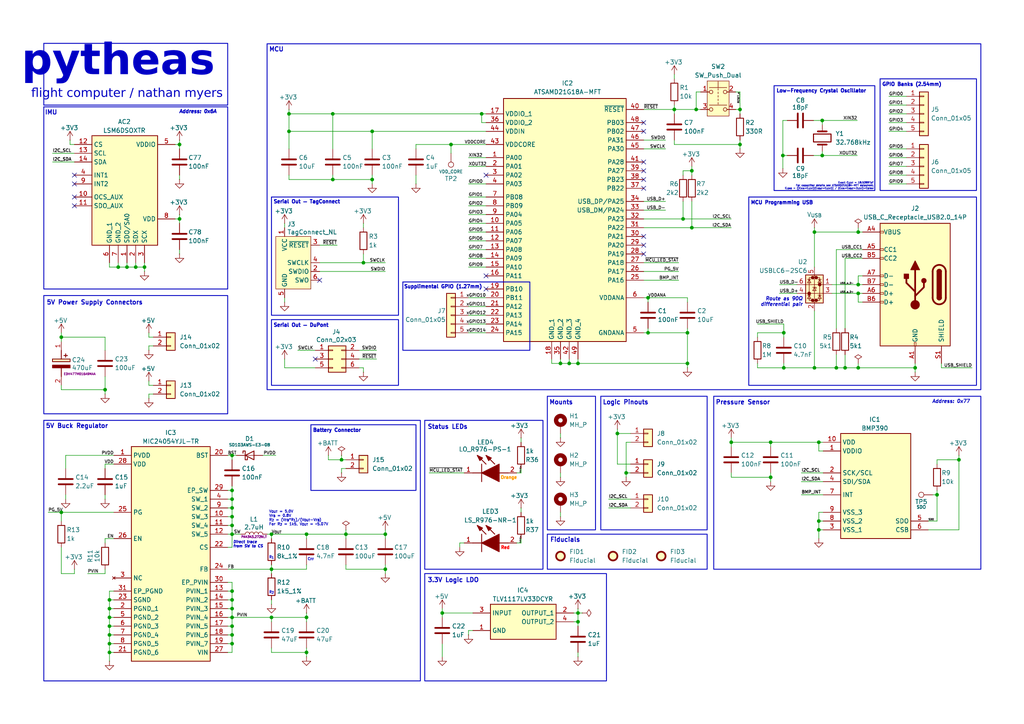
<source format=kicad_sch>
(kicad_sch (version 20250114) (generator "eeschema") (generator_version "9.0")
  (paper "A4")
  (title_block (title "Pytheas Flight Computer Schematic") (date "2025-11-18") (rev "0.1.0") (company "Princeton University") (comment 1 "Princeton Rocketry — Active Controls") (comment 2 "Designed by Nathan Myers on 11/18/2025"))
  (lib_symbols
    (symbol "Connector:Conn_ARM_SWD_TagConnect_TC2030-NL" (in_bom no)
      (property "Reference" "J" (at 2.54 11.43 0))
      (property "Value" "Conn_ARM_SWD_TagConnect_TC2030-NL" (at 2.54 8.89 0))
      (symbol "Conn_ARM_SWD_TagConnect_TC2030-NL_0_0"
        (pin power_in line (at -2.54 10.16 270) (length 2.54) (name "VCC") (number "1"))
        (pin power_in line (at -2.54 -10.16 90) (length 2.54) (name "GND") (number "5"))
        (pin open_collector line (at 7.62 5.08 180) (length 2.54) (name "~{RESET}") (number "3"))
        (pin output line (at 7.62 0 180) (length 2.54) (name "SWCLK") (number "4"))
        (pin bidirectional line (at 7.62 -2.54 180) (length 2.54) (name "SWDIO") (number "2"))
        (pin input line (at 7.62 -5.08 180) (length 2.54) (name "SWO") (number "6"))
      )
    )
    (symbol "Connector:TestPoint" (pin_numbers (hide yes)) (pin_names (offset 0.762) (hide yes))
      (property "Reference" "TP" (at 0 6.858 0))
      (property "Value" "TestPoint" (at 0 5.08 0))
      (symbol "TestPoint_1_1"
        (pin passive line (at 0 0 90) (length 2.54) (name "1") (number "1"))
      )
    )
    (symbol "Connector:USB_C_Receptacle_USB2.0_14P" (pin_names (offset 1.016))
      (property "Reference" "J" (at 0 22.225 0))
      (property "Value" "USB_C_Receptacle_USB2.0_14P" (at 0 19.685 0))
      (symbol "USB_C_Receptacle_USB2.0_14P_1_1"
        (pin passive line (at -7.62 -22.86 90) (length 5.08) (name "SHIELD") (number "S1"))
        (pin passive line (at 0 -22.86 90) (length 5.08) (name "GND") (number "A1"))
        (pin passive line (at 0 -22.86 90) (length 5.08) (hide yes) (name "GND") (number "A12"))
        (pin passive line (at 0 -22.86 90) (length 5.08) (hide yes) (name "GND") (number "B1"))
        (pin passive line (at 0 -22.86 90) (length 5.08) (hide yes) (name "GND") (number "B12"))
        (pin passive line (at 15.24 15.24 180) (length 5.08) (name "VBUS") (number "A4"))
        (pin passive line (at 15.24 15.24 180) (length 5.08) (hide yes) (name "VBUS") (number "A9"))
        (pin passive line (at 15.24 15.24 180) (length 5.08) (hide yes) (name "VBUS") (number "B4"))
        (pin passive line (at 15.24 15.24 180) (length 5.08) (hide yes) (name "VBUS") (number "B9"))
        (pin bidirectional line (at 15.24 10.16 180) (length 5.08) (name "CC1") (number "A5"))
        (pin bidirectional line (at 15.24 7.62 180) (length 5.08) (name "CC2") (number "B5"))
        (pin bidirectional line (at 15.24 2.54 180) (length 5.08) (name "D-") (number "A7"))
        (pin bidirectional line (at 15.24 0 180) (length 5.08) (name "D-") (number "B7"))
        (pin bidirectional line (at 15.24 -2.54 180) (length 5.08) (name "D+") (number "A6"))
        (pin bidirectional line (at 15.24 -5.08 180) (length 5.08) (name "D+") (number "B6"))
      )
    )
    (symbol "Connector_Generic:Conn_01x02" (pin_names (offset 1.016) (hide yes))
      (property "Reference" "J" (at 0 2.54 0))
      (property "Value" "Conn_01x02" (at 0 -5.08 0))
      (symbol "Conn_01x02_1_1"
        (pin passive line (at -5.08 0 0) (length 3.81) (name "Pin_1") (number "1"))
        (pin passive line (at -5.08 -2.54 0) (length 3.81) (name "Pin_2") (number "2"))
      )
    )
    (symbol "Connector_Generic:Conn_01x05" (pin_names (offset 1.016) (hide yes))
      (property "Reference" "J" (at 0 7.62 0))
      (property "Value" "Conn_01x05" (at 0 -7.62 0))
      (symbol "Conn_01x05_1_1"
        (pin passive line (at -5.08 5.08 0) (length 3.81) (name "Pin_1") (number "1"))
        (pin passive line (at -5.08 2.54 0) (length 3.81) (name "Pin_2") (number "2"))
        (pin passive line (at -5.08 0 0) (length 3.81) (name "Pin_3") (number "3"))
        (pin passive line (at -5.08 -2.54 0) (length 3.81) (name "Pin_4") (number "4"))
        (pin passive line (at -5.08 -5.08 0) (length 3.81) (name "Pin_5") (number "5"))
      )
    )
    (symbol "Connector_Generic:Conn_02x03_Odd_Even" (pin_names (offset 1.016) (hide yes))
      (property "Reference" "J" (at 1.27 5.08 0))
      (property "Value" "Conn_02x03_Odd_Even" (at 1.27 -5.08 0))
      (symbol "Conn_02x03_Odd_Even_1_1"
        (pin passive line (at -5.08 2.54 0) (length 3.81) (name "Pin_1") (number "1"))
        (pin passive line (at -5.08 0 0) (length 3.81) (name "Pin_3") (number "3"))
        (pin passive line (at -5.08 -2.54 0) (length 3.81) (name "Pin_5") (number "5"))
        (pin passive line (at 7.62 2.54 180) (length 3.81) (name "Pin_2") (number "2"))
        (pin passive line (at 7.62 0 180) (length 3.81) (name "Pin_4") (number "4"))
        (pin passive line (at 7.62 -2.54 180) (length 3.81) (name "Pin_6") (number "6"))
      )
    )
    (symbol "Device:C" (pin_numbers (hide yes)) (pin_names (offset 0.254))
      (property "Reference" "C" (at 0.635 2.54 0))
      (property "Value" "C" (at 0.635 -2.54 0))
      (symbol "C_1_1"
        (pin passive line (at 0 3.81 270) (length 2.794) (name "~") (number "1"))
        (pin passive line (at 0 -3.81 90) (length 2.794) (name "~") (number "2"))
      )
    )
    (symbol "Device:Crystal" (pin_numbers (hide yes)) (pin_names (offset 1.016) (hide yes))
      (property "Reference" "Y" (at 0 3.81 0))
      (property "Value" "Crystal" (at 0 -3.81 0))
      (symbol "Crystal_1_1"
        (pin passive line (at -3.81 0 0) (length 1.27) (name "1") (number "1"))
        (pin passive line (at 3.81 0 180) (length 1.27) (name "2") (number "2"))
      )
    )
    (symbol "Device:D_Schottky" (pin_numbers (hide yes)) (pin_names (offset 1.016) (hide yes))
      (property "Reference" "D" (at 0 2.54 0))
      (property "Value" "D_Schottky" (at 0 -2.54 0))
      (symbol "D_Schottky_1_1"
        (pin passive line (at -3.81 0 0) (length 2.54) (name "K") (number "1"))
        (pin passive line (at 3.81 0 180) (length 2.54) (name "A") (number "2"))
      )
    )
    (symbol "Device:L" (pin_numbers (hide yes)) (pin_names (offset 1.016) (hide yes))
      (property "Reference" "L" (at -1.27 0 90))
      (property "Value" "L" (at 1.905 0 90))
      (symbol "L_1_1"
        (pin passive line (at 0 3.81 270) (length 1.27) (name "1") (number "1"))
        (pin passive line (at 0 -3.81 90) (length 1.27) (name "2") (number "2"))
      )
    )
    (symbol "Device:R" (pin_numbers (hide yes)) (pin_names (offset 0))
      (property "Reference" "R" (at 2.032 0 90))
      (property "Value" "R" (at 0 0 90))
      (symbol "R_1_1"
        (pin passive line (at 0 3.81 270) (length 1.27) (name "~") (number "1"))
        (pin passive line (at 0 -3.81 90) (length 1.27) (name "~") (number "2"))
      )
    )
    (symbol "Mechanical:Fiducial" (exclude_from_sim yes) (in_bom no)
      (property "Reference" "FID" (at 0 5.08 0))
      (property "Value" "Fiducial" (at 0 3.175 0))
    )
    (symbol "Mechanical:MountingHole_Pad" (pin_numbers (hide yes)) (pin_names (offset 1.016) (hide yes)) (exclude_from_sim yes) (in_bom no)
      (property "Reference" "H" (at 0 6.35 0))
      (property "Value" "MountingHole_Pad" (at 0 4.445 0))
      (symbol "MountingHole_Pad_1_1"
        (pin input line (at 0 -2.54 90) (length 2.54) (name "1") (number "1"))
      )
    )
    (symbol "Power_Protection:USBLC6-2SC6" (pin_names (hide yes))
      (property "Reference" "U" (at 0.635 5.715 0))
      (property "Value" "USBLC6-2SC6" (at 0.635 3.81 0))
      (symbol "USBLC6-2SC6_1_1"
        (pin passive line (at -5.08 0 0) (length 2.54) (name "I/O1") (number "1"))
        (pin passive line (at -5.08 -2.54 0) (length 2.54) (name "I/O2") (number "3"))
        (pin passive line (at 0 5.08 270) (length 2.54) (name "VBUS") (number "5"))
        (pin passive line (at 0 -7.62 90) (length 2.54) (name "GND") (number "2"))
        (pin passive line (at 5.08 0 180) (length 2.54) (name "I/O1") (number "6"))
        (pin passive line (at 5.08 -2.54 180) (length 2.54) (name "I/O2") (number "4"))
      )
    )
    (symbol "SamacSys_Parts:ATSAMD21G18A-MFT"
      (property "Reference" "IC" (at 24.638 32.004 0))
      (property "Value" "ATSAMD21G18A-MFT" (at 22.352 29.464 0))
      (symbol "ATSAMD21G18A-MFT_1_1"
        (pin passive line (at 0 22.86 0) (length 5.08) (name "VDDIO_1") (number "17"))
        (pin passive line (at 0 20.32 0) (length 5.08) (name "VDDIO_2") (number "36"))
        (pin passive line (at 0 17.78 0) (length 5.08) (name "VDDIN") (number "44"))
        (pin passive line (at 0 13.97 0) (length 5.08) (name "VDDCORE") (number "43"))
        (pin passive line (at 0 10.16 0) (length 5.08) (name "PA00") (number "1"))
        (pin passive line (at 0 7.62 0) (length 5.08) (name "PA01") (number "2"))
        (pin passive line (at 0 5.08 0) (length 5.08) (name "PA02") (number "3"))
        (pin passive line (at 0 2.54 0) (length 5.08) (name "PA03") (number "4"))
        (pin passive line (at 0 -1.27 0) (length 5.08) (name "PB08") (number "7"))
        (pin passive line (at 0 -3.81 0) (length 5.08) (name "PB09") (number "8"))
        (pin passive line (at 0 -6.35 0) (length 5.08) (name "PA04") (number "9"))
        (pin passive line (at 0 -8.89 0) (length 5.08) (name "PA05") (number "10"))
        (pin passive line (at 0 -11.43 0) (length 5.08) (name "PA06") (number "11"))
        (pin passive line (at 0 -13.97 0) (length 5.08) (name "PA07") (number "12"))
        (pin passive line (at 0 -16.51 0) (length 5.08) (name "PA08") (number "13"))
        (pin passive line (at 0 -19.05 0) (length 5.08) (name "PA09") (number "14"))
        (pin passive line (at 0 -21.59 0) (length 5.08) (name "PA10") (number "15"))
        (pin passive line (at 0 -24.13 0) (length 5.08) (name "PA11") (number "16"))
        (pin passive line (at 0 -27.94 0) (length 5.08) (name "PB10") (number "19"))
        (pin passive line (at 0 -30.48 0) (length 5.08) (name "PB11") (number "20"))
        (pin passive line (at 0 -33.02 0) (length 5.08) (name "PA12") (number "21"))
        (pin passive line (at 0 -35.56 0) (length 5.08) (name "PA13") (number "22"))
        (pin passive line (at 0 -38.1 0) (length 5.08) (name "PA14") (number "23"))
        (pin passive line (at 0 -40.64 0) (length 5.08) (name "PA15") (number "24"))
        (pin passive line (at 19.05 -48.26 90) (length 5.08) (name "GND_1") (number "18"))
        (pin passive line (at 21.59 -48.26 90) (length 5.08) (name "GND_2") (number "35"))
        (pin passive line (at 24.13 -48.26 90) (length 5.08) (name "GND_3") (number "42"))
        (pin passive line (at 26.67 -48.26 90) (length 5.08) (name "GND_4") (number "49"))
        (pin passive line (at 45.72 24.13 180) (length 5.08) (name "~{RESET}") (number "40"))
        (pin passive line (at 45.72 20.32 180) (length 5.08) (name "PB03") (number "48"))
        (pin passive line (at 45.72 17.78 180) (length 5.08) (name "PB02") (number "47"))
        (pin passive line (at 45.72 15.24 180) (length 5.08) (name "PA31") (number "46"))
        (pin passive line (at 45.72 12.7 180) (length 5.08) (name "PA30") (number "45"))
        (pin passive line (at 45.72 8.89 180) (length 5.08) (name "PA28") (number "41"))
        (pin passive line (at 45.72 6.35 180) (length 5.08) (name "PA27") (number "39"))
        (pin passive line (at 45.72 3.81 180) (length 5.08) (name "PB23") (number "38"))
        (pin passive line (at 45.72 1.27 180) (length 5.08) (name "PB22") (number "37"))
        (pin passive line (at 45.72 -2.54 180) (length 5.08) (name "USB_DP/PA25") (number "34"))
        (pin passive line (at 45.72 -5.08 180) (length 5.08) (name "USB_DM/PA24") (number "33"))
        (pin passive line (at 45.72 -7.62 180) (length 5.08) (name "PA23") (number "32"))
        (pin passive line (at 45.72 -10.16 180) (length 5.08) (name "PA22") (number "31"))
        (pin passive line (at 45.72 -12.7 180) (length 5.08) (name "PA21") (number "30"))
        (pin passive line (at 45.72 -15.24 180) (length 5.08) (name "PA20") (number "29"))
        (pin passive line (at 45.72 -17.78 180) (length 5.08) (name "PA19") (number "28"))
        (pin passive line (at 45.72 -20.32 180) (length 5.08) (name "PA18") (number "27"))
        (pin passive line (at 45.72 -22.86 180) (length 5.08) (name "PA17") (number "26"))
        (pin passive line (at 45.72 -25.4 180) (length 5.08) (name "PA16") (number "25"))
        (pin passive line (at 45.72 -30.48 180) (length 5.08) (name "VDDANA") (number "6"))
        (pin passive line (at 45.72 -40.64 180) (length 5.08) (name "GNDANA") (number "5"))
      )
    )
    (symbol "SamacSys_Parts:BMP390"
      (property "Reference" "IC" (at 26.67 17.78 0))
      (property "Value" "BMP390" (at 26.67 15.24 0))
      (symbol "BMP390_1_1"
        (pin passive line (at 0 10.16 0) (length 5.08) (name "VDD") (number "10"))
        (pin passive line (at 0 7.62 0) (length 5.08) (name "VDDIO") (number "1"))
        (pin passive line (at 0 1.27 0) (length 5.08) (name "SCK/SCL") (number "2"))
        (pin passive line (at 0 -1.27 0) (length 5.08) (name "SDI/SDA") (number "4"))
        (pin passive line (at 0 -5.08 0) (length 5.08) (name "INT") (number "7"))
        (pin passive line (at 0 -10.16 0) (length 5.08) (name "VSS_3") (number "9"))
        (pin passive line (at 0 -12.7 0) (length 5.08) (name "VSS_2") (number "8"))
        (pin passive line (at 0 -15.24 0) (length 5.08) (name "VSS_1") (number "3"))
        (pin passive line (at 30.48 -12.7 180) (length 5.08) (name "SDO") (number "5"))
        (pin passive line (at 30.48 -15.24 180) (length 5.08) (name "CSB") (number "6"))
      )
    )
    (symbol "SamacSys_Parts:EDH477M016A9MAA" (pin_names (hide yes))
      (property "Reference" "C" (at 8.89 6.35 0))
      (property "Value" "EDH477M016A9MAA" (at 8.89 3.81 0))
      (symbol "EDH477M016A9MAA_1_1"
        (pin passive line (at 0 0 0) (length 2.54) (name "+") (number "1"))
        (pin passive line (at 12.7 0 180) (length 2.54) (name "-") (number "2"))
      )
    )
    (symbol "SamacSys_Parts:LO_R976-PS-1" (pin_names (hide yes))
      (property "Reference" "LED" (at 12.7 8.89 0))
      (property "Value" "LO_R976-PS-1" (at 12.7 6.35 0))
      (symbol "LO_R976-PS-1_1_1"
        (pin passive line (at 0 0 0) (length 2.54) (name "K") (number "1"))
        (pin passive line (at 15.24 0 180) (length 2.54) (name "A") (number "2"))
      )
    )
    (symbol "SamacSys_Parts:LSM6DSOXTR"
      (property "Reference" "AC" (at 8.636 14.986 0))
      (property "Value" "LSM6DSOXTR" (at 8.636 12.446 0))
      (symbol "LSM6DSOXTR_1_1"
        (pin passive line (at 0 7.62 0) (length 5.08) (name "CS") (number "12"))
        (pin passive line (at 0 5.08 0) (length 5.08) (name "SCL") (number "13"))
        (pin passive line (at 0 2.54 0) (length 5.08) (name "SDA") (number "14"))
        (pin passive line (at 0 -1.27 0) (length 5.08) (name "INT1") (number "4"))
        (pin passive line (at 0 -3.81 0) (length 5.08) (name "INT2") (number "9"))
        (pin passive line (at 0 -7.62 0) (length 5.08) (name "OCS_AUX") (number "10"))
        (pin passive line (at 0 -10.16 0) (length 5.08) (name "SDO_AUX") (number "11"))
        (pin passive line (at 10.16 -26.67 90) (length 5.08) (name "GND_1") (number "6"))
        (pin passive line (at 12.7 -26.67 90) (length 5.08) (name "GND_2") (number "7"))
        (pin passive line (at 15.24 -26.67 90) (length 5.08) (name "SDO/SA0") (number "1"))
        (pin passive line (at 17.78 -26.67 90) (length 5.08) (name "SDX") (number "2"))
        (pin passive line (at 20.32 -26.67 90) (length 5.08) (name "SCX") (number "3"))
        (pin passive line (at 29.21 7.62 180) (length 5.08) (name "VDDIO") (number "5"))
        (pin passive line (at 29.21 -13.97 180) (length 5.08) (name "VDD") (number "8"))
      )
    )
    (symbol "SamacSys_Parts:LS_R976-NR-1" (pin_names (hide yes))
      (property "Reference" "LED" (at 12.7 8.89 0))
      (property "Value" "LS_R976-NR-1" (at 12.7 6.35 0))
      (symbol "LS_R976-NR-1_1_1"
        (pin passive line (at 0 0 0) (length 2.54) (name "K") (number "1"))
        (pin passive line (at 15.24 0 180) (length 2.54) (name "A") (number "2"))
      )
    )
    (symbol "SamacSys_Parts:MIC24054YJL-TR"
      (symbol "MIC24054YJL-TR_1_1"
        (pin passive line (at -5.08 12.7 0) (length 5.08) (name "PVDD") (number "1"))
        (pin passive line (at -5.08 10.16 0) (length 5.08) (name "VDD") (number "28"))
        (pin passive line (at -5.08 -3.81 0) (length 5.08) (name "PG") (number "25"))
        (pin passive line (at -5.08 -11.43 0) (length 5.08) (name "EN") (number "26"))
        (pin no_connect line (at -5.08 -22.86 0) (length 5.08) (name "NC") (number "3"))
        (pin passive line (at -5.08 -26.67 0) (length 5.08) (name "EP_PGND") (number "31"))
        (pin passive line (at -5.08 -29.21 0) (length 5.08) (name "SGND") (number "23"))
        (pin passive line (at -5.08 -31.75 0) (length 5.08) (name "PGND_1") (number "2"))
        (pin passive line (at -5.08 -34.29 0) (length 5.08) (name "PGND_2") (number "5"))
        (pin passive line (at -5.08 -36.83 0) (length 5.08) (name "PGND_3") (number "6"))
        (pin passive line (at -5.08 -39.37 0) (length 5.08) (name "PGND_4") (number "7"))
        (pin passive line (at -5.08 -41.91 0) (length 5.08) (name "PGND_5") (number "8"))
        (pin passive line (at -5.08 -44.45 0) (length 5.08) (name "PGND_6") (number "21"))
        (pin passive line (at 27.94 12.7 180) (length 5.08) (name "BST") (number "20"))
        (pin passive line (at 27.94 2.54 180) (length 5.08) (name "EP_SW") (number "29"))
        (pin passive line (at 27.94 0 180) (length 5.08) (name "SW_1") (number "4"))
        (pin passive line (at 27.94 -2.54 180) (length 5.08) (name "SW_2") (number "9"))
        (pin passive line (at 27.94 -5.08 180) (length 5.08) (name "SW_3") (number "10"))
        (pin passive line (at 27.94 -7.62 180) (length 5.08) (name "SW_4") (number "11"))
        (pin passive line (at 27.94 -10.16 180) (length 5.08) (name "SW_5") (number "12"))
        (pin passive line (at 27.94 -13.97 180) (length 5.08) (name "CS") (number "22"))
        (pin passive line (at 27.94 -20.32 180) (length 5.08) (name "FB") (number "24"))
        (pin passive line (at 27.94 -24.13 180) (length 5.08) (name "EP_PVIN") (number "30"))
        (pin passive line (at 27.94 -26.67 180) (length 5.08) (name "PVIN_1") (number "13"))
        (pin passive line (at 27.94 -29.21 180) (length 5.08) (name "PVIN_2") (number "14"))
        (pin passive line (at 27.94 -31.75 180) (length 5.08) (name "PVIN_3") (number "15"))
        (pin passive line (at 27.94 -34.29 180) (length 5.08) (name "PVIN_4") (number "16"))
        (pin passive line (at 27.94 -36.83 180) (length 5.08) (name "PVIN_5") (number "17"))
        (pin passive line (at 27.94 -39.37 180) (length 5.08) (name "PVIN_6") (number "18"))
        (pin passive line (at 27.94 -41.91 180) (length 5.08) (name "PVIN_7") (number "19"))
        (pin passive line (at 27.94 -44.45 180) (length 5.08) (name "VIN") (number "27"))
      )
    )
    (symbol "SamacSys_Parts:TLV1117LV33DCYR"
      (property "Reference" "IC" (at 34.29 7.62 0))
      (property "Value" "TLV1117LV33DCYR" (at 34.29 5.08 0))
      (symbol "TLV1117LV33DCYR_1_1"
        (pin passive line (at 0 0 0) (length 5.08) (name "INPUT") (number "3"))
        (pin passive line (at 0 -5.08 0) (length 5.08) (name "GND") (number "1"))
        (pin passive line (at 29.21 0 180) (length 5.08) (name "OUTPUT_1") (number "2"))
        (pin passive line (at 29.21 -2.54 180) (length 5.08) (name "OUTPUT_2") (number "4"))
      )
    )
    (symbol "Switch:SW_Push_Dual" (pin_names (offset 1.016) (hide yes))
      (property "Reference" "SW" (at 0 7.62 0))
      (property "Value" "SW_Push_Dual" (at 0 -6.35 0))
      (symbol "SW_Push_Dual_0_1"
        (pin passive line (at -5.08 2.54 0) (length 2.54) (name "1") (number "1"))
        (pin passive line (at -5.08 -2.54 0) (length 2.54) (name "3") (number "3"))
        (pin passive line (at 5.08 2.54 180) (length 2.54) (name "2") (number "2"))
        (pin passive line (at 5.08 -2.54 180) (length 2.54) (name "4") (number "4"))
      )
    )
    (symbol "power:+3V3" (power) (pin_numbers (hide yes)) (pin_names (offset 0) (hide yes))
      (property "Value" "+3V3" (at 0 3.556 0))
      (symbol "+3V3_1_1"
        (pin power_in line (at 0 0 90) (length 0) (name "~") (number "1"))
      )
    )
    (symbol "power:GND" (power) (pin_numbers (hide yes)) (pin_names (offset 0) (hide yes))
      (property "Value" "GND" (at 0 -3.81 0))
      (symbol "GND_1_1"
        (pin power_in line (at 0 0 270) (length 0) (name "~") (number "1"))
      )
    )
    (symbol "power:PWR_FLAG" (power) (pin_numbers (hide yes)) (pin_names (offset 0) (hide yes))
      (property "Value" "PWR_FLAG" (at 0 3.81 0))
      (symbol "PWR_FLAG_0_0"
        (pin power_out line (at 0 0 90) (length 0) (name "~") (number "1"))
      )
    )
    (symbol "power:VAA" (power) (pin_numbers (hide yes)) (pin_names (offset 0) (hide yes))
      (property "Value" "VAA" (at 0 3.556 0))
      (symbol "VAA_1_1"
        (pin power_in line (at 0 0 90) (length 0) (name "~") (number "1"))
      )
    )
  )
  (rectangle (start 116.84 81.7696) (end 153.67 101.6) (stroke (width 0.254)))
  (rectangle (start 12.7 121.92) (end 121.92 197.485) (stroke (width 0.254)))
  (rectangle (start 12.7 30.988) (end 66.04 83.82) (stroke (width 0.254)))
  (rectangle (start 217.17 57.15) (end 283.21 111.76) (stroke (width 0.254)))
  (rectangle (start 77.47 12.7) (end 284.48 113.03) (stroke (width 0.254)))
  (rectangle (start 207.01 114.935) (end 284.48 165.1) (stroke (width 0.254)))
  (rectangle (start 12.7 12.573) (end 66.04 30.48) (stroke (width 0.254)))
  (rectangle (start 123.19 166.37) (end 175.895 197.485) (stroke (width 0.254)))
  (rectangle (start 123.19 121.92) (end 157.48 165.1) (stroke (width 0.254)))
  (rectangle (start 78.74 57.15) (end 115.57 91.44) (stroke (width 0.254)))
  (rectangle (start 158.75 114.935) (end 172.72 153.67) (stroke (width 0.254)))
  (rectangle (start 12.7 85.725) (end 66.04 120.015) (stroke (width 0.254)))
  (rectangle (start 255.27 22.86) (end 283.21 55.245) (stroke (width 0.254)))
  (rectangle (start 224.5204 24.859) (end 253.7304 55.2628) (stroke (width 0.254)))
  (rectangle (start 174.2504 114.935) (end 205.105 153.67) (stroke (width 0.254)))
  (rectangle (start 90.17 123.19) (end 120.65 142.24) (stroke (width 0.254)))
  (rectangle (start 78.74 92.71) (end 115.57 111.76) (stroke (width 0.254)))
  (rectangle (start 158.75 154.94) (end 205.105 165.1) (stroke (width 0.254)))
  (text "Address: 0x6A" (at 57.404 32.512 0) (effects (font (size 1.016 1.016) (thickness 0.254) (bold yes) (italic yes))))
  (text "Pressure Sensor" (at 207.518 116.84 0) (effects (font (size 1.27 1.27) (thickness 0.254) (bold yes)) (justify left)))
  (text "Low-Frequency Crystal Oscillator" (at 225.1116 26.51 0) (effects (font (size 1.016 1.016) (thickness 0.254) (bold yes)) (justify left)))
  (text "5V Buck Regulator\n" (at 13.208 123.698 0) (effects (font (size 1.27 1.27) (thickness 0.254) (bold yes)) (justify left)))
  (text "5V Power Supply Connectors" (at 13.462 87.884 0) (effects (font (size 1.27 1.27) (thickness 0.254) (bold yes)) (justify left)))
  (text "Serial Out — TagConnect" (at 79.248 58.674 0) (effects (font (size 1.016 1.016) (thickness 0.254) (bold yes)) (justify left)))
  (text "Logic Pinouts" (at 174.752 116.84 0) (effects (font (size 1.27 1.27) (thickness 0.254) (bold yes)) (justify left)))
  (text "Route as 90Ω\ndifferential pair" (at 232.918 87.63 0) (effects (font (size 1.016 1.016) (thickness 0.2032) (bold yes) (italic yes)) (justify right)))
  (text "Fiducials" (at 159.512 156.718 0) (effects (font (size 1.27 1.27) (thickness 0.254) (bold yes)) (justify left)))
  (text "Address: 0x77" (at 275.844 116.586 0) (effects (font (size 1.016 1.016) (thickness 0.2032) (bold yes) (italic yes))))
  (text "R_{1}" (at 77.978 161.798 0) (effects (font (size 0.762 0.762) (thickness 0.1524) (bold yes)) (justify left)))
  (text "IMU" (at 12.954 32.766 0) (effects (font (size 1.27 1.27) (thickness 0.254) (bold yes)) (justify left)))
  (text "MCU" (at 77.978 14.478 0) (effects (font (size 1.27 1.27) (thickness 0.254) (bold yes)) (justify left)))
  (text "Orange" (at 147.574 138.684 0) (effects (font (size 0.889 0.889) (thickness 0.254) (bold yes))))
  (text "Direct trace\nfrom SW to CS" (at 67.564 157.988 0) (effects (font (size 0.762 0.762) (thickness 0.2032) (bold yes) (italic yes)) (justify left)))
  (text "Mounts" (at 159.258 116.84 0) (effects (font (size 1.27 1.27) (thickness 0.254) (bold yes)) (justify left)))
  (text "Serial Out — DuPont" (at 79.248 94.488 0) (effects (font (size 1.016 1.016) (thickness 0.254) (bold yes)) (justify left)))
  (text "R_{2}" (at 77.978 171.958 0) (effects (font (size 0.762 0.762) (thickness 0.1524) (bold yes)) (justify left)))
  (text "Battery Connector" (at 90.678 124.968 0) (effects (font (size 1.016 1.016) (thickness 0.254) (bold yes)) (justify left)))
  (text "C_{FF}" (at 89.154 162.306 0) (effects (font (size 0.762 0.762) (thickness 0.1524) (bold yes)) (justify left)))
  (text "V_{OUT} = 5.0V\nV_{FB} = 0.8V\nR_{2} = (V_{FB}*R_{1})/(V_{OUT}-V_{FB})\nFor R_{2} = 1k5, V_{OUT} = ~5.07V" (at 77.978 150.368 0) (effects (font (size 0.762 0.762) (thickness 0.1524) (bold yes)) (justify left)))
  (text "flight computer / nathan myers" (at 36.83 27.94 0) (effects (font (size 2.54 2.54) (thickness 0.2381) (italic yes))))
  (text "GPIO Banks (2.54mm)" (at 255.778 24.638 0) (effects (font (size 1.016 1.016) (thickness 0.254) (bold yes)) (justify left)))
  (text "Exact C_{LEXT} = 18.52897pF\nFor capactitor details see ATSAMD21G18A-MFT datasheet.\nC_{LOAD} = ([C_{XIN}+C_{LEXT})(C_{XOUT}+C_{LEXT})] / (C_{XIN}+C_{XOUT}+2_{LEXT})+C_{STRAY}" (at 253.4764 53.9928 0) (effects (font (size 0.508 0.508)) (justify right)))
  (text "Status LEDs" (at 123.952 123.952 0) (effects (font (size 1.27 1.27) (thickness 0.254) (bold yes)) (justify left)))
  (text "Supplimental GPIO (1.27mm)" (at 117.094 83.312 0) (effects (font (size 1.016 1.016) (thickness 0.254) (bold yes)) (justify left)))
  (text "MCU Programming USB" (at 217.678 58.928 0) (effects (font (size 1.016 1.016) (thickness 0.254) (bold yes)) (justify left)))
  (text "3.3V Logic LDO" (at 123.952 168.402 0) (effects (font (size 1.27 1.27) (thickness 0.254) (bold yes)) (justify left)))
  (text "Red" (at 146.558 159.004 0) (effects (font (size 0.889 0.889) (thickness 0.254) (bold yes))))
  (text "pytheas" (at 34.29 20.32 0) (effects (font (size 8.89 8.89) (thickness 1.016) (bold yes))))
  (junction (at 31.75 173.99))
  (junction (at 248.92 82.55))
  (junction (at 52.07 63.5))
  (junction (at 99.06 133.35))
  (junction (at 242.57 106.68))
  (junction (at 31.75 181.61))
  (junction (at 227.0604 45.1028))
  (junction (at 96.52 52.07))
  (junction (at 237.49 128.27))
  (junction (at 130.81 41.91))
  (junction (at 67.31 186.69))
  (junction (at 100.33 154.94))
  (junction (at 31.75 186.69))
  (junction (at 167.64 177.8))
  (junction (at 195.58 31.75))
  (junction (at 167.64 105.41))
  (junction (at 17.78 148.59))
  (junction (at 67.31 184.15))
  (junction (at 107.95 38.1))
  (junction (at 41.91 77.47))
  (junction (at 67.31 176.53))
  (junction (at 199.39 105.41))
  (junction (at 88.9 179.07))
  (junction (at 111.76 154.94))
  (junction (at 214.63 31.75))
  (junction (at 181.61 137.16))
  (junction (at 31.75 184.15))
  (junction (at 238.4904 45.1028))
  (junction (at 236.22 106.68))
  (junction (at 67.31 154.94))
  (junction (at 67.31 144.78))
  (junction (at 199.39 96.52))
  (junction (at 236.22 67.31))
  (junction (at 265.43 106.68))
  (junction (at 245.11 106.68))
  (junction (at 31.75 189.23))
  (junction (at 200.66 66.04))
  (junction (at 248.92 106.68))
  (junction (at 227.33 96.52))
  (junction (at 67.31 179.07))
  (junction (at 167.64 180.34))
  (junction (at 78.74 154.94))
  (junction (at 78.74 165.1))
  (junction (at 67.31 173.99))
  (junction (at 165.1 105.41))
  (junction (at 88.9 189.23))
  (junction (at 67.31 152.4))
  (junction (at 67.31 181.61))
  (junction (at 200.66 49.53))
  (junction (at 187.96 96.52))
  (junction (at 67.31 171.45))
  (junction (at 105.41 76.2))
  (junction (at 67.31 132.08))
  (junction (at 83.82 33.02))
  (junction (at 201.93 31.75))
  (junction (at 107.95 52.07))
  (junction (at 237.49 151.13))
  (junction (at 179.07 125.73))
  (junction (at 223.52 128.27))
  (junction (at 248.92 85.09))
  (junction (at 67.31 147.32))
  (junction (at 227.33 106.68))
  (junction (at 238.4904 34.9428))
  (junction (at 88.9 154.94))
  (junction (at 214.63 41.91))
  (junction (at 67.31 142.24))
  (junction (at 198.12 63.5))
  (junction (at 271.78 143.51))
  (junction (at 31.75 176.53))
  (junction (at 31.75 179.07))
  (junction (at 162.56 105.41))
  (junction (at 67.31 149.86))
  (junction (at 223.52 138.43))
  (junction (at 128.27 177.8))
  (junction (at 78.74 179.07))
  (junction (at 139.7 33.02))
  (junction (at 83.82 38.1))
  (junction (at 39.37 77.47))
  (junction (at 34.29 77.47))
  (junction (at 187.96 86.36))
  (junction (at 237.49 153.67))
  (junction (at 212.09 128.27))
  (junction (at 111.76 165.1))
  (junction (at 278.13 133.35))
  (junction (at 248.92 67.31))
  (junction (at 17.78 97.79))
  (junction (at 52.07 41.91))
  (junction (at 96.52 33.02))
  (junction (at 30.48 113.03))
  (junction (at 36.83 77.47))
  (no_connect (at 186.69 68.58))
  (no_connect (at 140.97 50.8))
  (no_connect (at 186.69 54.61))
  (no_connect (at 140.97 83.82))
  (no_connect (at 21.59 53.34))
  (no_connect (at 92.71 81.28))
  (no_connect (at 186.69 71.12))
  (no_connect (at 21.59 57.15))
  (no_connect (at 186.69 38.1))
  (no_connect (at 186.69 49.53))
  (no_connect (at 21.59 59.69))
  (no_connect (at 186.69 35.56))
  (no_connect (at 186.69 73.66))
  (no_connect (at 186.69 46.99))
  (no_connect (at 140.97 80.01))
  (no_connect (at 21.59 50.8))
  (no_connect (at 186.69 52.07))
  (no_connect (at 91.44 104.14))
  (wire (pts (xy 34.29 77.47) (xy 36.83 77.47)))
  (wire (pts (xy 13.97 148.59) (xy 17.78 148.59)))
  (wire (pts (xy 187.96 96.52) (xy 187.96 95.25)))
  (wire (pts (xy 21.59 166.37) (xy 21.59 165.1)))
  (wire (pts (xy 219.71 93.98) (xy 227.33 93.98)))
  (wire (pts (xy 36.83 77.47) (xy 36.83 76.2)))
  (wire (pts (xy 227.0604 45.1028) (xy 227.0604 48.9128)))
  (wire (pts (xy 165.1 105.41) (xy 167.64 105.41)))
  (wire (pts (xy 67.31 132.08) (xy 68.58 132.08)))
  (wire (pts (xy 83.82 38.1) (xy 107.95 38.1)))
  (wire (pts (xy 67.31 176.53) (xy 67.31 179.07)))
  (wire (pts (xy 15.24 44.45) (xy 21.59 44.45)))
  (wire (pts (xy 120.65 50.8) (xy 120.65 53.34)))
  (wire (pts (xy 227.33 96.52) (xy 227.33 97.79)))
  (wire (pts (xy 30.48 134.62) (xy 30.48 135.89)))
  (wire (pts (xy 66.04 179.07) (xy 67.31 179.07)))
  (wire (pts (xy 31.75 181.61) (xy 33.02 181.61)))
  (wire (pts (xy 257.81 48.26) (xy 262.89 48.26)))
  (wire (pts (xy 271.78 133.35) (xy 271.78 134.62)))
  (wire (pts (xy 257.81 50.8) (xy 262.89 50.8)))
  (wire (pts (xy 151.13 135.89) (xy 151.13 137.16)))
  (wire (pts (xy 96.52 33.02) (xy 96.52 43.18)))
  (wire (pts (xy 149.86 157.48) (xy 151.13 157.48)))
  (wire (pts (xy 236.22 77.47) (xy 236.22 67.31)))
  (wire (pts (xy 82.55 86.36) (xy 82.55 87.63)))
  (wire (pts (xy 31.75 179.07) (xy 33.02 179.07)))
  (wire (pts (xy 198.12 58.42) (xy 198.12 63.5)))
  (wire (pts (xy 88.9 165.1) (xy 78.74 165.1)))
  (wire (pts (xy 187.96 96.52) (xy 199.39 96.52)))
  (wire (pts (xy 248.92 82.55) (xy 250.19 82.55)))
  (wire (pts (xy 167.64 105.41) (xy 167.64 104.14)))
  (wire (pts (xy 96.52 50.8) (xy 96.52 52.07)))
  (wire (pts (xy 120.65 41.91) (xy 120.65 43.18)))
  (wire (pts (xy 17.78 113.03) (xy 30.48 113.03)))
  (wire (pts (xy 130.81 41.91) (xy 140.97 41.91)))
  (wire (pts (xy 135.89 88.9) (xy 140.97 88.9)))
  (wire (pts (xy 223.52 139.7) (xy 223.52 138.43)))
  (wire (pts (xy 227.33 106.68) (xy 236.22 106.68)))
  (wire (pts (xy 111.76 165.1) (xy 111.76 166.37)))
  (wire (pts (xy 39.37 77.47) (xy 41.91 77.47)))
  (wire (pts (xy 167.64 189.23) (xy 167.64 190.5)))
  (wire (pts (xy 30.48 97.79) (xy 30.48 101.6)))
  (wire (pts (xy 66.04 171.45) (xy 67.31 171.45)))
  (wire (pts (xy 83.82 33.02) (xy 96.52 33.02)))
  (wire (pts (xy 104.14 101.6) (xy 109.22 101.6)))
  (wire (pts (xy 67.31 154.94) (xy 69.85 154.94)))
  (wire (pts (xy 151.13 127) (xy 151.13 128.27)))
  (wire (pts (xy 135.89 74.93) (xy 140.97 74.93)))
  (wire (pts (xy 242.57 106.68) (xy 245.11 106.68)))
  (wire (pts (xy 257.81 53.34) (xy 262.89 53.34)))
  (wire (pts (xy 88.9 163.83) (xy 88.9 165.1)))
  (wire (pts (xy 181.61 137.16) (xy 182.88 137.16)))
  (wire (pts (xy 67.31 144.78) (xy 67.31 147.32)))
  (wire (pts (xy 179.07 125.73) (xy 179.07 134.62)))
  (wire (pts (xy 137.16 182.88) (xy 135.89 182.88)))
  (wire (pts (xy 167.64 105.41) (xy 199.39 105.41)))
  (wire (pts (xy 52.07 50.8) (xy 52.07 52.07)))
  (wire (pts (xy 200.66 49.53) (xy 200.66 48.26)))
  (wire (pts (xy 52.07 63.5) (xy 52.07 64.77)))
  (wire (pts (xy 107.95 38.1) (xy 107.95 43.18)))
  (wire (pts (xy 186.69 43.18) (xy 193.04 43.18)))
  (wire (pts (xy 167.64 180.34) (xy 167.64 177.8)))
  (wire (pts (xy 181.61 128.27) (xy 181.61 137.16)))
  (wire (pts (xy 187.96 86.36) (xy 199.39 86.36)))
  (wire (pts (xy 237.49 151.13) (xy 237.49 153.67)))
  (wire (pts (xy 78.74 187.96) (xy 78.74 189.23)))
  (wire (pts (xy 271.78 143.51) (xy 271.78 151.13)))
  (wire (pts (xy 78.74 189.23) (xy 88.9 189.23)))
  (wire (pts (xy 237.49 151.13) (xy 238.76 151.13)))
  (wire (pts (xy 44.45 114.3) (xy 43.18 114.3)))
  (wire (pts (xy 273.05 105.41) (xy 273.05 106.68)))
  (wire (pts (xy 181.61 137.16) (xy 181.61 138.43)))
  (wire (pts (xy 120.65 41.91) (xy 130.81 41.91)))
  (wire (pts (xy 31.75 184.15) (xy 31.75 186.69)))
  (wire (pts (xy 212.09 137.16) (xy 212.09 138.43)))
  (wire (pts (xy 78.74 179.07) (xy 88.9 179.07)))
  (wire (pts (xy 39.37 77.47) (xy 39.37 76.2)))
  (wire (pts (xy 237.49 153.67) (xy 237.49 156.21)))
  (wire (pts (xy 179.07 124.46) (xy 179.07 125.73)))
  (wire (pts (xy 135.89 45.72) (xy 140.97 45.72)))
  (wire (pts (xy 226.06 85.09) (xy 231.14 85.09)))
  (wire (pts (xy 237.49 148.59) (xy 237.49 151.13)))
  (wire (pts (xy 135.89 62.23) (xy 140.97 62.23)))
  (wire (pts (xy 67.31 179.07) (xy 78.74 179.07)))
  (wire (pts (xy 265.43 105.41) (xy 265.43 106.68)))
  (wire (pts (xy 67.31 176.53) (xy 67.31 173.99)))
  (wire (pts (xy 105.41 106.68) (xy 105.41 107.95)))
  (wire (pts (xy 195.58 21.59) (xy 195.58 22.86)))
  (wire (pts (xy 135.89 67.31) (xy 140.97 67.31)))
  (wire (pts (xy 31.75 173.99) (xy 31.75 176.53)))
  (wire (pts (xy 223.52 138.43) (xy 223.52 137.16)))
  (wire (pts (xy 271.78 133.35) (xy 278.13 133.35)))
  (wire (pts (xy 135.89 53.34) (xy 140.97 53.34)))
  (wire (pts (xy 200.66 58.42) (xy 200.66 66.04)))
  (wire (pts (xy 17.78 158.75) (xy 17.78 166.37)))
  (wire (pts (xy 66.04 132.08) (xy 67.31 132.08)))
  (wire (pts (xy 36.83 77.47) (xy 39.37 77.47)))
  (wire (pts (xy 52.07 40.64) (xy 52.07 41.91)))
  (wire (pts (xy 83.82 50.8) (xy 83.82 52.07)))
  (wire (pts (xy 265.43 106.68) (xy 265.43 107.95)))
  (wire (pts (xy 66.04 158.75) (xy 67.31 158.75)))
  (wire (pts (xy 135.89 72.39) (xy 140.97 72.39)))
  (wire (pts (xy 99.06 133.35) (xy 95.25 133.35)))
  (wire (pts (xy 67.31 158.75) (xy 67.31 154.94)))
  (wire (pts (xy 105.41 73.66) (xy 105.41 76.2)))
  (wire (pts (xy 257.81 27.94) (xy 262.89 27.94)))
  (wire (pts (xy 186.69 76.2) (xy 196.85 76.2)))
  (wire (pts (xy 250.19 85.09) (xy 248.92 85.09)))
  (wire (pts (xy 66.04 149.86) (xy 67.31 149.86)))
  (wire (pts (xy 195.58 40.64) (xy 195.58 41.91)))
  (wire (pts (xy 269.24 153.67) (xy 278.13 153.67)))
  (wire (pts (xy 67.31 149.86) (xy 67.31 152.4)))
  (wire (pts (xy 17.78 97.79) (xy 30.48 97.79)))
  (wire (pts (xy 248.92 80.01) (xy 248.92 82.55)))
  (wire (pts (xy 257.81 43.18) (xy 262.89 43.18)))
  (wire (pts (xy 195.58 31.75) (xy 195.58 33.02)))
  (wire (pts (xy 88.9 189.23) (xy 88.9 190.5)))
  (wire (pts (xy 30.48 113.03) (xy 30.48 114.3)))
  (wire (pts (xy 245.11 74.93) (xy 245.11 95.25)))
  (wire (pts (xy 135.89 69.85) (xy 140.97 69.85)))
  (wire (pts (xy 167.64 177.8) (xy 168.91 177.8)))
  (wire (pts (xy 162.56 148.59) (xy 162.56 149.86)))
  (wire (pts (xy 100.33 154.94) (xy 111.76 154.94)))
  (wire (pts (xy 248.92 105.41) (xy 248.92 106.68)))
  (wire (pts (xy 214.63 26.67) (xy 214.63 31.75)))
  (wire (pts (xy 78.74 165.1) (xy 78.74 166.37)))
  (wire (pts (xy 248.92 85.09) (xy 248.92 87.63)))
  (wire (pts (xy 135.89 86.36) (xy 140.97 86.36)))
  (wire (pts (xy 219.71 96.52) (xy 227.33 96.52)))
  (wire (pts (xy 257.81 33.02) (xy 262.89 33.02)))
  (wire (pts (xy 238.4904 45.1028) (xy 248.6504 45.1028)))
  (wire (pts (xy 67.31 152.4) (xy 67.31 154.94)))
  (wire (pts (xy 88.9 177.8) (xy 88.9 179.07)))
  (wire (pts (xy 31.75 176.53) (xy 31.75 179.07)))
  (wire (pts (xy 214.63 31.75) (xy 214.63 33.02)))
  (wire (pts (xy 31.75 76.2) (xy 31.75 77.47)))
  (wire (pts (xy 20.32 40.64) (xy 20.32 41.91)))
  (wire (pts (xy 67.31 154.94) (xy 66.04 154.94)))
  (wire (pts (xy 66.04 147.32) (xy 67.31 147.32)))
  (wire (pts (xy 199.39 86.36) (xy 199.39 87.63)))
  (wire (pts (xy 30.48 166.37) (xy 30.48 165.1)))
  (wire (pts (xy 30.48 109.22) (xy 30.48 113.03)))
  (wire (pts (xy 17.78 97.79) (xy 17.78 99.06)))
  (wire (pts (xy 271.78 142.24) (xy 271.78 143.51)))
  (wire (pts (xy 186.69 31.75) (xy 195.58 31.75)))
  (wire (pts (xy 198.12 50.8) (xy 198.12 49.53)))
  (wire (pts (xy 135.89 93.98) (xy 140.97 93.98)))
  (wire (pts (xy 124.46 137.16) (xy 134.62 137.16)))
  (wire (pts (xy 176.53 147.32) (xy 182.88 147.32)))
  (wire (pts (xy 88.9 189.23) (xy 88.9 187.96)))
  (wire (pts (xy 213.36 31.75) (xy 214.63 31.75)))
  (wire (pts (xy 182.88 125.73) (xy 179.07 125.73)))
  (wire (pts (xy 66.04 186.69) (xy 67.31 186.69)))
  (wire (pts (xy 107.95 52.07) (xy 107.95 53.34)))
  (wire (pts (xy 25.4 166.37) (xy 30.48 166.37)))
  (wire (pts (xy 139.7 35.56) (xy 140.97 35.56)))
  (wire (pts (xy 19.05 143.51) (xy 19.05 144.78)))
  (wire (pts (xy 162.56 125.73) (xy 162.56 127)))
  (wire (pts (xy 31.75 189.23) (xy 31.75 191.77)))
  (wire (pts (xy 128.27 177.8) (xy 128.27 179.07)))
  (wire (pts (xy 95.25 132.08) (xy 95.25 133.35)))
  (wire (pts (xy 135.89 59.69) (xy 140.97 59.69)))
  (wire (pts (xy 78.74 180.34) (xy 78.74 179.07)))
  (wire (pts (xy 198.12 63.5) (xy 212.09 63.5)))
  (wire (pts (xy 235.9504 34.9428) (xy 238.4904 34.9428)))
  (wire (pts (xy 195.58 30.48) (xy 195.58 31.75)))
  (wire (pts (xy 128.27 186.69) (xy 128.27 190.5)))
  (wire (pts (xy 78.74 154.94) (xy 88.9 154.94)))
  (wire (pts (xy 237.49 128.27) (xy 237.49 130.81)))
  (wire (pts (xy 245.11 106.68) (xy 245.11 102.87)))
  (wire (pts (xy 31.75 171.45) (xy 31.75 173.99)))
  (wire (pts (xy 212.09 128.27) (xy 223.52 128.27)))
  (wire (pts (xy 250.19 72.39) (xy 242.57 72.39)))
  (wire (pts (xy 248.92 87.63) (xy 250.19 87.63)))
  (wire (pts (xy 41.91 77.47) (xy 41.91 76.2)))
  (wire (pts (xy 67.31 132.08) (xy 67.31 133.35)))
  (wire (pts (xy 30.48 157.48) (xy 30.48 156.21)))
  (wire (pts (xy 273.05 106.68) (xy 281.94 106.68)))
  (wire (pts (xy 30.48 156.21) (xy 33.02 156.21)))
  (wire (pts (xy 86.36 101.6) (xy 91.44 101.6)))
  (wire (pts (xy 214.63 41.91) (xy 195.58 41.91)))
  (wire (pts (xy 165.1 105.41) (xy 165.1 104.14)))
  (wire (pts (xy 232.41 137.16) (xy 238.76 137.16)))
  (wire (pts (xy 66.04 181.61) (xy 67.31 181.61)))
  (wire (pts (xy 83.82 31.75) (xy 83.82 33.02)))
  (wire (pts (xy 66.04 144.78) (xy 67.31 144.78)))
  (wire (pts (xy 201.93 26.67) (xy 201.93 31.75)))
  (wire (pts (xy 226.06 82.55) (xy 231.14 82.55)))
  (wire (pts (xy 257.81 45.72) (xy 262.89 45.72)))
  (wire (pts (xy 104.14 106.68) (xy 105.41 106.68)))
  (wire (pts (xy 17.78 148.59) (xy 33.02 148.59)))
  (wire (pts (xy 213.36 26.67) (xy 214.63 26.67)))
  (wire (pts (xy 257.81 35.56) (xy 262.89 35.56)))
  (wire (pts (xy 212.09 138.43) (xy 223.52 138.43)))
  (wire (pts (xy 237.49 153.67) (xy 238.76 153.67)))
  (wire (pts (xy 78.74 173.99) (xy 78.74 175.26)))
  (wire (pts (xy 19.05 132.08) (xy 33.02 132.08)))
  (wire (pts (xy 151.13 147.32) (xy 151.13 148.59)))
  (wire (pts (xy 88.9 154.94) (xy 100.33 154.94)))
  (wire (pts (xy 186.69 86.36) (xy 187.96 86.36)))
  (wire (pts (xy 82.55 104.14) (xy 82.55 106.68)))
  (wire (pts (xy 212.09 127) (xy 212.09 128.27)))
  (wire (pts (xy 265.43 106.68) (xy 248.92 106.68)))
  (wire (pts (xy 167.64 176.53) (xy 167.64 177.8)))
  (wire (pts (xy 67.31 142.24) (xy 67.31 144.78)))
  (wire (pts (xy 91.44 106.68) (xy 82.55 106.68)))
  (wire (pts (xy 43.18 110.49) (xy 43.18 111.76)))
  (wire (pts (xy 99.06 132.08) (xy 99.06 133.35)))
  (wire (pts (xy 250.19 74.93) (xy 245.11 74.93)))
  (wire (pts (xy 195.58 31.75) (xy 201.93 31.75)))
  (wire (pts (xy 83.82 52.07) (xy 96.52 52.07)))
  (wire (pts (xy 214.63 40.64) (xy 214.63 41.91)))
  (wire (pts (xy 186.69 63.5) (xy 198.12 63.5)))
  (wire (pts (xy 227.33 105.41) (xy 227.33 106.68)))
  (wire (pts (xy 128.27 176.53) (xy 128.27 177.8)))
  (wire (pts (xy 66.04 152.4) (xy 67.31 152.4)))
  (wire (pts (xy 235.9504 45.1028) (xy 238.4904 45.1028)))
  (wire (pts (xy 31.75 189.23) (xy 33.02 189.23)))
  (wire (pts (xy 199.39 95.25) (xy 199.39 96.52)))
  (wire (pts (xy 92.71 71.12) (xy 97.79 71.12)))
  (wire (pts (xy 31.75 186.69) (xy 31.75 189.23)))
  (wire (pts (xy 31.75 176.53) (xy 33.02 176.53)))
  (wire (pts (xy 34.29 76.2) (xy 34.29 77.47)))
  (wire (pts (xy 166.37 180.34) (xy 167.64 180.34)))
  (wire (pts (xy 186.69 96.52) (xy 187.96 96.52)))
  (wire (pts (xy 111.76 153.67) (xy 111.76 154.94)))
  (wire (pts (xy 257.81 30.48) (xy 262.89 30.48)))
  (wire (pts (xy 17.78 96.52) (xy 17.78 97.79)))
  (wire (pts (xy 107.95 52.07) (xy 107.95 50.8)))
  (wire (pts (xy 248.92 106.68) (xy 245.11 106.68)))
  (wire (pts (xy 100.33 135.89) (xy 99.06 135.89)))
  (wire (pts (xy 19.05 132.08) (xy 19.05 135.89)))
  (wire (pts (xy 182.88 128.27) (xy 181.61 128.27)))
  (wire (pts (xy 31.75 181.61) (xy 31.75 184.15)))
  (wire (pts (xy 31.75 184.15) (xy 33.02 184.15)))
  (wire (pts (xy 232.41 143.51) (xy 238.76 143.51)))
  (wire (pts (xy 88.9 179.07) (xy 88.9 180.34)))
  (wire (pts (xy 135.89 182.88) (xy 135.89 184.15)))
  (wire (pts (xy 135.89 64.77) (xy 140.97 64.77)))
  (wire (pts (xy 241.3 85.09) (xy 248.92 85.09)))
  (wire (pts (xy 33.02 134.62) (xy 30.48 134.62)))
  (wire (pts (xy 83.82 38.1) (xy 83.82 43.18)))
  (wire (pts (xy 278.13 133.35) (xy 278.13 153.67)))
  (wire (pts (xy 44.45 111.76) (xy 43.18 111.76)))
  (wire (pts (xy 33.02 186.69) (xy 31.75 186.69)))
  (wire (pts (xy 227.0604 45.1028) (xy 228.3304 45.1028)))
  (wire (pts (xy 135.89 77.47) (xy 140.97 77.47)))
  (wire (pts (xy 82.55 64.77) (xy 82.55 66.04)))
  (wire (pts (xy 96.52 52.07) (xy 107.95 52.07)))
  (wire (pts (xy 137.16 177.8) (xy 128.27 177.8)))
  (wire (pts (xy 31.75 173.99) (xy 33.02 173.99)))
  (wire (pts (xy 105.41 76.2) (xy 111.76 76.2)))
  (wire (pts (xy 20.32 41.91) (xy 21.59 41.91)))
  (wire (pts (xy 227.0604 34.9428) (xy 227.0604 45.1028)))
  (wire (pts (xy 227.33 93.98) (xy 227.33 96.52)))
  (wire (pts (xy 92.71 76.2) (xy 105.41 76.2)))
  (wire (pts (xy 238.4904 36.2128) (xy 238.4904 34.9428)))
  (wire (pts (xy 139.7 35.56) (xy 139.7 33.02)))
  (wire (pts (xy 186.69 81.28) (xy 196.85 81.28)))
  (wire (pts (xy 77.47 154.94) (xy 78.74 154.94)))
  (wire (pts (xy 135.89 91.44) (xy 140.97 91.44)))
  (wire (pts (xy 67.31 184.15) (xy 67.31 186.69)))
  (wire (pts (xy 67.31 168.91) (xy 67.31 171.45)))
  (wire (pts (xy 219.71 97.79) (xy 219.71 96.52)))
  (wire (pts (xy 198.12 49.53) (xy 200.66 49.53)))
  (wire (pts (xy 200.66 49.53) (xy 200.66 50.8)))
  (wire (pts (xy 238.76 128.27) (xy 237.49 128.27)))
  (wire (pts (xy 76.2 132.08) (xy 80.01 132.08)))
  (wire (pts (xy 67.31 140.97) (xy 67.31 142.24)))
  (wire (pts (xy 140.97 38.1) (xy 107.95 38.1)))
  (wire (pts (xy 257.81 38.1) (xy 262.89 38.1)))
  (wire (pts (xy 78.74 154.94) (xy 78.74 156.21)))
  (wire (pts (xy 96.52 33.02) (xy 139.7 33.02)))
  (wire (pts (xy 166.37 177.8) (xy 167.64 177.8)))
  (wire (pts (xy 33.02 171.45) (xy 31.75 171.45)))
  (wire (pts (xy 44.45 100.33) (xy 43.18 100.33)))
  (wire (pts (xy 130.81 41.91) (xy 130.81 44.45)))
  (wire (pts (xy 186.69 78.74) (xy 196.85 78.74)))
  (wire (pts (xy 100.33 154.94) (xy 100.33 156.21)))
  (wire (pts (xy 67.31 186.69) (xy 67.31 189.23)))
  (wire (pts (xy 278.13 132.08) (xy 278.13 133.35)))
  (wire (pts (xy 160.02 105.41) (xy 162.56 105.41)))
  (wire (pts (xy 187.96 86.36) (xy 187.96 87.63)))
  (wire (pts (xy 67.31 181.61) (xy 67.31 179.07)))
  (wire (pts (xy 104.14 104.14) (xy 109.22 104.14)))
  (wire (pts (xy 15.24 46.99) (xy 21.59 46.99)))
  (wire (pts (xy 162.56 105.41) (xy 165.1 105.41)))
  (wire (pts (xy 135.89 48.26) (xy 140.97 48.26)))
  (wire (pts (xy 100.33 153.67) (xy 100.33 154.94)))
  (wire (pts (xy 67.31 181.61) (xy 67.31 184.15)))
  (wire (pts (xy 219.71 105.41) (xy 219.71 106.68)))
  (wire (pts (xy 100.33 133.35) (xy 99.06 133.35)))
  (wire (pts (xy 78.74 165.1) (xy 78.74 163.83)))
  (wire (pts (xy 41.91 77.47) (xy 41.91 78.74)))
  (wire (pts (xy 83.82 33.02) (xy 83.82 38.1)))
  (wire (pts (xy 30.48 144.78) (xy 30.48 143.51)))
  (wire (pts (xy 212.09 128.27) (xy 212.09 129.54)))
  (wire (pts (xy 238.76 148.59) (xy 237.49 148.59)))
  (wire (pts (xy 99.06 135.89) (xy 99.06 137.16)))
  (wire (pts (xy 223.52 128.27) (xy 223.52 129.54)))
  (wire (pts (xy 67.31 147.32) (xy 67.31 149.86)))
  (wire (pts (xy 186.69 66.04) (xy 200.66 66.04)))
  (wire (pts (xy 241.3 82.55) (xy 248.92 82.55)))
  (wire (pts (xy 176.53 144.78) (xy 182.88 144.78)))
  (wire (pts (xy 236.22 66.04) (xy 236.22 67.31)))
  (wire (pts (xy 43.18 100.33) (xy 43.18 101.6)))
  (wire (pts (xy 66.04 176.53) (xy 67.31 176.53)))
  (wire (pts (xy 167.64 180.34) (xy 167.64 181.61)))
  (wire (pts (xy 149.86 137.16) (xy 151.13 137.16)))
  (wire (pts (xy 242.57 102.87) (xy 242.57 106.68)))
  (wire (pts (xy 52.07 62.23) (xy 52.07 63.5)))
  (wire (pts (xy 236.22 67.31) (xy 248.92 67.31)))
  (wire (pts (xy 17.78 166.37) (xy 21.59 166.37)))
  (wire (pts (xy 219.71 106.68) (xy 227.33 106.68)))
  (wire (pts (xy 43.18 96.52) (xy 43.18 97.79)))
  (wire (pts (xy 50.8 63.5) (xy 52.07 63.5)))
  (wire (pts (xy 271.78 151.13) (xy 269.24 151.13)))
  (wire (pts (xy 135.89 96.52) (xy 140.97 96.52)))
  (wire (pts (xy 88.9 154.94) (xy 88.9 156.21)))
  (wire (pts (xy 248.92 66.04) (xy 248.92 67.31)))
  (wire (pts (xy 186.69 58.42) (xy 193.04 58.42)))
  (wire (pts (xy 228.3304 34.9428) (xy 227.0604 34.9428)))
  (wire (pts (xy 214.63 43.18) (xy 214.63 41.91)))
  (wire (pts (xy 66.04 168.91) (xy 67.31 168.91)))
  (wire (pts (xy 186.69 40.64) (xy 193.04 40.64)))
  (wire (pts (xy 105.41 64.77) (xy 105.41 66.04)))
  (wire (pts (xy 31.75 179.07) (xy 31.75 181.61)))
  (wire (pts (xy 162.56 105.41) (xy 162.56 104.14)))
  (wire (pts (xy 134.62 157.48) (xy 133.35 157.48)))
  (wire (pts (xy 236.22 90.17) (xy 236.22 106.68)))
  (wire (pts (xy 270.51 143.51) (xy 271.78 143.51)))
  (wire (pts (xy 92.71 78.74) (xy 111.76 78.74)))
  (wire (pts (xy 44.45 97.79) (xy 43.18 97.79)))
  (wire (pts (xy 52.07 41.91) (xy 52.07 43.18)))
  (wire (pts (xy 111.76 165.1) (xy 111.76 163.83)))
  (wire (pts (xy 66.04 184.15) (xy 67.31 184.15)))
  (wire (pts (xy 31.75 77.47) (xy 34.29 77.47)))
  (wire (pts (xy 232.41 139.7) (xy 238.76 139.7)))
  (wire (pts (xy 17.78 111.76) (xy 17.78 113.03)))
  (wire (pts (xy 186.69 60.96) (xy 193.04 60.96)))
  (wire (pts (xy 223.52 128.27) (xy 237.49 128.27)))
  (wire (pts (xy 43.18 114.3) (xy 43.18 115.57)))
  (wire (pts (xy 199.39 105.41) (xy 199.39 96.52)))
  (wire (pts (xy 238.4904 43.8328) (xy 238.4904 45.1028)))
  (wire (pts (xy 52.07 72.39) (xy 52.07 73.66)))
  (wire (pts (xy 238.4904 34.9428) (xy 248.6504 34.9428)))
  (wire (pts (xy 242.57 72.39) (xy 242.57 95.25)))
  (wire (pts (xy 160.02 104.14) (xy 160.02 105.41)))
  (wire (pts (xy 238.76 130.81) (xy 237.49 130.81)))
  (wire (pts (xy 201.93 31.75) (xy 203.2 31.75)))
  (wire (pts (xy 17.78 148.59) (xy 17.78 151.13)))
  (wire (pts (xy 200.66 66.04) (xy 212.09 66.04)))
  (wire (pts (xy 250.19 80.01) (xy 248.92 80.01)))
  (wire (pts (xy 236.22 106.68) (xy 242.57 106.68)))
  (wire (pts (xy 139.7 33.02) (xy 140.97 33.02)))
  (wire (pts (xy 111.76 154.94) (xy 111.76 156.21)))
  (wire (pts (xy 67.31 173.99) (xy 67.31 171.45)))
  (wire (pts (xy 66.04 173.99) (xy 67.31 173.99)))
  (wire (pts (xy 50.8 41.91) (xy 52.07 41.91)))
  (wire (pts (xy 248.92 67.31) (xy 250.19 67.31)))
  (wire (pts (xy 135.89 57.15) (xy 140.97 57.15)))
  (wire (pts (xy 66.04 142.24) (xy 67.31 142.24)))
  (wire (pts (xy 151.13 156.21) (xy 151.13 157.48)))
  (wire (pts (xy 66.04 165.1) (xy 78.74 165.1)))
  (wire (pts (xy 199.39 105.41) (xy 199.39 106.68)))
  (wire (pts (xy 100.33 163.83) (xy 100.33 165.1)))
  (wire (pts (xy 66.04 189.23) (xy 67.31 189.23)))
  (wire (pts (xy 133.35 157.48) (xy 133.35 158.75)))
  (wire (pts (xy 179.07 134.62) (xy 182.88 134.62)))
  (wire (pts (xy 162.56 137.16) (xy 162.56 138.43)))
  (wire (pts (xy 100.33 165.1) (xy 111.76 165.1)))
  (wire (pts (xy 203.2 26.67) (xy 201.93 26.67)))
  (label "I2C_SCL" (at 212.09 63.5 180) (effects (font (size 0.889 0.889))))
  (label "VDD" (at 33.02 134.62 180) (effects (font (size 0.889 0.889))))
  (label "xGPIO10" (at 140.97 86.36 180) (effects (font (size 0.889 0.889))))
  (label "SW" (at 69.85 154.94 180) (effects (font (size 0.889 0.889))))
  (label "GPIO9" (at 135.89 77.47 0) (effects (font (size 0.889 0.889))))
  (label "GPIO6" (at 257.81 45.72 0) (effects (font (size 0.889 0.889))))
  (label "GPIO7" (at 135.89 72.39 0) (effects (font (size 0.889 0.889))))
  (label "GPIO5" (at 257.81 43.18 0) (effects (font (size 0.889 0.889))))
  (label "PVIN" (at 25.4 166.37 0) (effects (font (size 0.889 0.889))))
  (label "XIN32" (at 135.89 45.72 0) (effects (font (size 0.889 0.889))))
  (label "GPIO4" (at 135.89 64.77 0) (effects (font (size 0.889 0.889))))
  (label "USB_D+" (at 193.04 58.42 180) (effects (font (size 0.889 0.889))))
  (label "SDO" (at 269.24 151.13 0) (effects (font (size 0.508 0.508) (thickness 0.1778) (bold yes))))
  (label "GPIO3" (at 257.81 35.56 0) (effects (font (size 0.889 0.889))))
  (label "GPIO1" (at 135.89 57.15 0) (effects (font (size 0.889 0.889))))
  (label "I2C_SCL" (at 15.24 44.45 0) (effects (font (size 0.889 0.889) (thickness 0.1778) (bold yes))))
  (label "GPIO0" (at 257.81 27.94 0) (effects (font (size 0.889 0.889))))
  (label "SWCLK" (at 111.76 76.2 180) (effects (font (size 0.889 0.889))))
  (label "GPIO0" (at 135.89 53.34 0) (effects (font (size 0.889 0.889))))
  (label "MCULED_o" (at 151.13 137.16 90) (effects (font (size 0.254 0.254))))
  (label "~{RESET}" (at 186.69 31.75 0) (effects (font (size 0.889 0.889))))
  (label "EN" (at 33.02 156.21 180) (effects (font (size 0.889 0.889))))
  (label "USB_o_D+" (at 247.65 85.09 180) (effects (font (size 0.508 0.508))))
  (label "GPIO3" (at 135.89 62.23 0) (effects (font (size 0.889 0.889))))
  (label "xGPIO14" (at 140.97 96.52 180) (effects (font (size 0.889 0.889))))
  (label "PVIN" (at 68.58 179.07 0) (effects (font (size 0.889 0.889))))
  (label "XOUT32" (at 248.6504 45.1028 180) (effects (font (size 0.889 0.889))))
  (label "I2C_SDA" (at 176.53 147.32 0) (effects (font (size 0.889 0.889) (thickness 0.1778) (bold yes))))
  (label "PVDD" (at 33.02 132.08 180) (effects (font (size 0.889 0.889))))
  (label "GPIO5" (at 135.89 67.31 0) (effects (font (size 0.889 0.889))))
  (label "BMP_INT" (at 196.85 81.28 180) (effects (font (size 0.889 0.889))))
  (label "PVDD" (at 80.01 132.08 180) (effects (font (size 0.889 0.889))))
  (label "PG_5V" (at 196.85 78.74 180) (effects (font (size 0.889 0.889))))
  (label "USB_D-" (at 193.04 60.96 180) (effects (font (size 0.889 0.889))))
  (label "PG_5V" (at 13.97 148.59 0) (effects (font (size 0.889 0.889))))
  (label "USB_SHIELD" (at 227.33 93.98 180) (effects (font (size 0.889 0.889))))
  (label "~{MCU_LED_STAT}" (at 124.46 137.16 0) (effects (font (size 0.889 0.889))))
  (label "~{MCU_LED_STAT}" (at 196.85 76.2 180) (effects (font (size 0.889 0.889))))
  (label "USB_D+" (at 226.06 85.09 0) (effects (font (size 0.889 0.889))))
  (label "USB_o_D-" (at 247.65 82.55 180) (effects (font (size 0.508 0.508))))
  (label "xGPIO13" (at 140.97 93.98 180) (effects (font (size 0.889 0.889))))
  (label "SWCLK" (at 86.36 101.6 0) (effects (font (size 0.889 0.889))))
  (label "GPIO7" (at 257.81 48.26 0) (effects (font (size 0.889 0.889))))
  (label "USB_SHIELD" (at 281.94 106.68 180) (effects (font (size 0.889 0.889))))
  (label "XOUT32" (at 135.89 48.26 0) (effects (font (size 0.889 0.889))))
  (label "GPIO8" (at 257.81 50.8 0) (effects (font (size 0.889 0.889))))
  (label "GPIO4" (at 257.81 38.1 0) (effects (font (size 0.889 0.889))))
  (label "SWDIO" (at 109.22 101.6 180) (effects (font (size 0.889 0.889))))
  (label "BMP_INT" (at 232.41 143.51 0) (effects (font (size 0.889 0.889) (thickness 0.1778) (bold yes))))
  (label "USB_CC2" (at 250.19 74.93 180) (effects (font (size 0.889 0.889))))
  (label "I2C_SDA" (at 232.41 139.7 0) (effects (font (size 0.889 0.889) (thickness 0.1778) (bold yes))))
  (label "GPIO2" (at 135.89 59.69 0) (effects (font (size 0.889 0.889))))
  (label "SWCLK" (at 193.04 43.18 180) (effects (font (size 0.889 0.889))))
  (label "~{RESET}" (at 109.22 104.14 180) (effects (font (size 0.889 0.889))))
  (label "GPIO9" (at 257.81 53.34 0) (effects (font (size 0.889 0.889))))
  (label "VDDCORE" (at 140.97 41.91 180) (effects (font (size 0.889 0.889))))
  (label "GPIO8" (at 135.89 74.93 0) (effects (font (size 0.889 0.889))))
  (label "RESET_o" (at 214.63 26.67 270) (effects (font (size 0.508 0.508))))
  (label "xGPIO11" (at 140.97 88.9 180) (effects (font (size 0.889 0.889))))
  (label "SWDIO" (at 193.04 40.64 180) (effects (font (size 0.889 0.889))))
  (label "SWDIO" (at 111.76 78.74 180) (effects (font (size 0.889 0.889))))
  (label "I2C_SCL" (at 176.53 144.78 0) (effects (font (size 0.889 0.889) (thickness 0.1778) (bold yes))))
  (label "USB_CC1" (at 250.19 72.39 180) (effects (font (size 0.889 0.889))))
  (label "USB_D-" (at 226.06 82.55 0) (effects (font (size 0.889 0.889))))
  (label "VDDANA" (at 187.96 86.36 0) (effects (font (size 0.889 0.889))))
  (label "V_{OUT}" (at 78.74 154.94 0) (effects (font (size 0.889 0.889))))
  (label "xGPIO12" (at 140.97 91.44 180) (effects (font (size 0.889 0.889))))
  (label "I2C_SDA" (at 212.09 66.04 180) (effects (font (size 0.889 0.889))))
  (label "FB" (at 66.04 165.1 0) (effects (font (size 0.889 0.889))))
  (label "PWRLED_o" (at 151.13 157.48 90) (effects (font (size 0.254 0.254))))
  (label "GPIO1" (at 257.81 30.48 0) (effects (font (size 0.889 0.889))))
  (label "GPIO6" (at 135.89 69.85 0) (effects (font (size 0.889 0.889))))
  (label "~{RESET}" (at 97.79 71.12 180) (effects (font (size 0.889 0.889))))
  (label "XIN32" (at 248.6504 34.9428 180) (effects (font (size 0.889 0.889))))
  (label "BST" (at 66.04 132.08 0) (effects (font (size 0.889 0.889))))
  (label "I2C_SCL" (at 232.41 137.16 0) (effects (font (size 0.889 0.889) (thickness 0.1778) (bold yes))))
  (label "I2C_SDA" (at 15.24 46.99 0) (effects (font (size 0.889 0.889) (thickness 0.1778) (bold yes))))
  (label "GPIO2" (at 257.81 33.02 0) (effects (font (size 0.889 0.889))))
  (symbol (lib_id "power:+3V3") (at 195.58 21.59 0) (unit 1)
    (property "Reference" "#PWR05" (effects (hide yes)))
    (property "Value" "+3V3" (at 195.326 18.034 0))
    (property "Description" "Power symbol creates a global label with name \"+3V3\"" (effects (hide yes)))
  )
  (symbol (lib_id "power:+3V3") (at 278.13 132.08 0) (unit 1)
    (property "Reference" "#PWR020" (effects (hide yes)))
    (property "Value" "+3V3" (at 277.876 128.524 0))
    (property "Description" "Power symbol creates a global label with name \"+3V3\"" (effects (hide yes)))
  )
  (symbol (lib_id "power:GND") (at 41.91 78.74 0) (unit 1)
    (property "Reference" "#PWR0172" (effects (hide yes)))
    (property "Value" "GND" (effects (hide yes)))
  )
  (symbol (lib_id "Device:R") (at 214.63 36.83 0) (unit 1)
    (property "Reference" "R2" (at 216.154 35.56 0) (effects (justify left)))
    (property "Value" "330R" (at 216.154 38.1 0) (effects (justify left)))
    (property "Footprint" "Capacitor_SMD:C_0402_1005Metric" (effects (hide yes)))
    (property "Description" "Resistor" (effects (hide yes)))
  )
  (symbol (lib_id "Device:C") (at 227.33 101.6 0) (unit 1)
    (property "Reference" "C10" (at 230.124 100.33 0) (effects (justify left)))
    (property "Value" "4.7nF" (at 230.124 102.87 0) (effects (justify left)))
    (property "Footprint" "Capacitor_SMD:C_0402_1005Metric" (effects (hide yes)))
    (property "Description" "Unpolarized capacitor" (effects (hide yes)))
  )
  (symbol (lib_id "Switch:SW_Push_Dual") (at 208.28 29.21 0) (unit 1)
    (property "Reference" "SW2" (at 208.28 19.304 0))
    (property "Value" "SW_Push_Dual" (at 208.28 21.844 0))
    (property "Footprint" "SamacSys_Parts:FSM2J_1" (effects (hide yes)))
    (property "Description" "Push button switch, generic, symbol, four pins" (effects (hide yes)))
    (property "Distributer Link" "https://www.mouser.com/ProductDetail/TE-Connectivity-PB/2-1437565-8?qs=%2FwXgF%2FfIho9gWJ5kkeMo7w%3D%3D" (effects (hide yes)))
    (property "Part Number" " 2-1437565-8 " (effects (hide yes)))
    (property "Manufacturer" "TE Connectivity / P&B " (effects (hide yes)))
  )
  (symbol (lib_id "power:GND") (at 88.9 190.5 0) (unit 1)
    (property "Reference" "#PWR0183" (effects (hide yes)))
    (property "Value" "GND" (effects (hide yes)))
  )
  (symbol (lib_id "power:GND") (at 120.65 53.34 0) (unit 1)
    (property "Reference" "#PWR02" (effects (hide yes)))
    (property "Value" "GND" (effects (hide yes)))
    (property "Description" "Power symbol creates a global label with name \"GND\" , ground" (effects (hide yes)))
  )
  (symbol (lib_id "Connector_Generic:Conn_01x02") (at 49.53 111.76 0) (unit 1)
    (property "Reference" "J13" (at 52.07 111.7599 0) (effects (justify left)))
    (property "Value" "Conn_01x02" (at 52.07 114.2999 0) (effects (justify left)))
    (property "Footprint" "Connector_PinHeader_2.54mm:PinHeader_1x02_P2.54mm_Horizontal" (effects (hide yes)))
    (property "Description" "Generic connector, single row, 01x02, script generated (kicad-library-utils/schlib/autogen/connector/)" (effects (hide yes)))
  )
  (symbol (lib_id "power:+3V3") (at 151.13 127 0) (unit 1)
    (property "Reference" "#PWR033" (effects (hide yes)))
    (property "Value" "+3V3" (at 150.622 123.444 0))
    (property "Description" "Power symbol creates a global label with name \"+3V3\"" (effects (hide yes)))
  )
  (symbol (lib_id "Device:C") (at 128.27 182.88 0) (unit 1)
    (property "Reference" "C22" (at 131.064 181.61 0) (effects (justify left)))
    (property "Value" "1uF" (at 131.064 184.15 0) (effects (justify left)))
    (property "Footprint" "Capacitor_SMD:C_0805_2012Metric" (effects (hide yes)))
    (property "Description" "Unpolarized capacitor" (effects (hide yes)))
  )
  (symbol (lib_id "Device:R") (at 271.78 138.43 0) (unit 1)
    (property "Reference" "R9" (at 273.05 137.16 0) (effects (justify left)))
    (property "Value" "10k" (at 273.05 139.7 0) (effects (justify left)))
    (property "Footprint" "Capacitor_SMD:C_0402_1005Metric" (effects (hide yes)))
    (property "Description" "Resistor" (effects (hide yes)))
  )
  (symbol (lib_id "Connector_Generic:Conn_01x05") (at 267.97 48.26 0) (unit 1) (in_bom no)
    (property "Reference" "J6" (at 270.002 46.99 0) (effects (justify left)))
    (property "Value" "Conn_01x05" (at 270.002 49.53 0) (effects (justify left)))
    (property "Footprint" "Connector_PinHeader_2.54mm:PinHeader_1x05_P2.54mm_Horizontal" (effects (hide yes)))
    (property "Description" "Generic connector, single row, 01x05, script generated (kicad-library-utils/schlib/autogen/connector/)" (effects (hide yes)))
  )
  (symbol (lib_id "power:+3V3") (at 151.13 147.32 0) (unit 1)
    (property "Reference" "#PWR037" (effects (hide yes)))
    (property "Value" "+3V3" (at 150.622 143.764 0))
    (property "Description" "Power symbol creates a global label with name \"+3V3\"" (effects (hide yes)))
  )
  (symbol (lib_id "power:+3V3") (at 21.59 165.1 0) (unit 1)
    (property "Reference" "#PWR024" (effects (hide yes)))
    (property "Value" "+3V3" (at 21.336 161.544 0))
    (property "Description" "Power symbol creates a global label with name \"+3V3\"" (effects (hide yes)))
  )
  (symbol (lib_id "SamacSys_Parts:MIC24054YJL-TR") (at 38.1 144.78 0) (unit 1)
    (property "Reference" "IC3" (at 49.53 125.476 0))
    (property "Value" "MIC24054YJL-TR" (at 49.53 128.016 0))
    (property "Footprint" "SamacSys_Parts:MIC24054YJLTR" (effects (hide yes)))
    (property "Datasheet" "http://www.microchip.com/mymicrochip/filehandler.aspx?ddocname=en580388" (effects (hide yes)))
    (property "Description" "IC REG BUCK ADJ 9A SYNC 28QFN" (effects (hide yes)))
    (property "Height" "0.9" (effects (hide yes)))
    (property "Mouser Part Number" "998-MIC24054YJLTR" (effects (hide yes)))
    (property "Mouser Price/Stock" "https://www.mouser.co.uk/ProductDetail/Microchip-Technology-Atmel/MIC24054YJL-TR?qs=Y3Q3JoKAO1Rog8I75n3ayQ%3D%3D" (effects (hide yes)))
    (property "Manufacturer_Name" "Microchip" (effects (hide yes)))
    (property "Manufacturer_Part_Number" "MIC24054YJL-TR" (effects (hide yes)))
  )
  (symbol (lib_id "Connector_Generic:Conn_01x02") (at 105.41 133.35 0) (unit 1)
    (property "Reference" "J15" (at 107.95 133.3499 0) (effects (justify left)))
    (property "Value" "Conn_01x02" (at 107.95 135.8899 0) (effects (justify left)))
    (property "Footprint" "Connector_PinHeader_2.54mm:PinHeader_1x02_P2.54mm_Horizontal" (effects (hide yes)))
    (property "Description" "Generic connector, single row, 01x02, script generated (kicad-library-utils/schlib/autogen/connector/)" (effects (hide yes)))
  )
  (symbol (lib_id "Power_Protection:USBLC6-2SC6") (at 236.22 82.55 0) (mirror y) (unit 1)
    (property "Reference" "U2" (at 234.188 75.946 0) (effects (justify left)))
    (property "Value" "USBLC6-2SC6" (at 234.188 78.486 0) (effects (justify left)))
    (property "Footprint" "Package_TO_SOT_SMD:SOT-23-6" (effects (hide yes)))
    (property "Datasheet" "https://www.st.com/resource/en/datasheet/usblc6-2.pdf" (effects (hide yes)))
    (property "Description" "Very low capacitance ESD protection diode, 2 data-line, SOT-23-6" (effects (hide yes)))
  )
  (symbol (lib_id "Device:C") (at 19.05 139.7 0) (unit 1)
    (property "Reference" "C14" (at 21.844 138.43 0) (effects (justify left)))
    (property "Value" "2.2uF" (at 21.844 140.97 0) (effects (justify left)))
    (property "Footprint" "Capacitor_SMD:C_0805_2012Metric" (effects (hide yes)))
    (property "Description" "Unpolarized capacitor" (effects (hide yes)))
  )
  (symbol (lib_id "Connector_Generic:Conn_02x03_Odd_Even") (at 96.52 104.14 0) (unit 1)
    (property "Reference" "J4" (at 97.536 96.266 0))
    (property "Value" "Conn_02x03" (at 97.536 98.552 0))
    (property "Footprint" "Connector_PinHeader_1.27mm:PinHeader_2x03_P1.27mm_Vertical" (effects (hide yes)))
    (property "Description" "Generic connector, double row, 02x03, odd/even pin numbering scheme (row 1 odd numbers, row 2 even numbers), script generated (kicad-library-utils/schlib/autogen/connector/)" (effects (hide yes)))
  )
  (symbol (lib_id "Connector_Generic:Conn_01x02") (at 187.96 125.73 0) (unit 1)
    (property "Reference" "J8" (at 190.5 125.7299 0) (effects (justify left)))
    (property "Value" "Conn_01x02" (at 190.5 128.2699 0) (effects (justify left)))
    (property "Footprint" "Connector_PinHeader_2.54mm:PinHeader_1x02_P2.54mm_Horizontal" (effects (hide yes)))
    (property "Description" "Generic connector, single row, 01x02, script generated (kicad-library-utils/schlib/autogen/connector/)" (effects (hide yes)))
  )
  (symbol (lib_id "power:GND") (at 227.0604 48.9128 0) (unit 1)
    (property "Reference" "#PWR011" (effects (hide yes)))
    (property "Value" "GND" (effects (hide yes)))
    (property "Description" "Power symbol creates a global label with name \"GND\" , ground" (effects (hide yes)))
  )
  (symbol (lib_id "power:VAA") (at 236.22 66.04 0) (unit 1)
    (property "Reference" "#PWR013" (effects (hide yes)))
    (property "Value" "V_{USB}" (at 236.22 62.23 0))
    (property "Description" "Power symbol creates a global label with name \"VAA\"" (effects (hide yes)))
  )
  (symbol (lib_id "Connector_Generic:Conn_01x02") (at 49.53 97.79 0) (unit 1)
    (property "Reference" "J14" (at 52.07 97.7899 0) (effects (justify left)))
    (property "Value" "Conn_01x02" (at 52.07 100.3299 0) (effects (justify left)))
    (property "Footprint" "Connector_PinHeader_2.54mm:PinHeader_1x02_P2.54mm_Horizontal" (effects (hide yes)))
    (property "Description" "Generic connector, single row, 01x02, script generated (kicad-library-utils/schlib/autogen/connector/)" (effects (hide yes)))
  )
  (symbol (lib_id "Device:C") (at 195.58 36.83 0) (unit 1)
    (property "Reference" "C7" (at 198.374 35.56 0) (effects (justify left)))
    (property "Value" "100nF" (at 198.374 38.1 0) (effects (justify left)))
    (property "Footprint" "Capacitor_SMD:C_0402_1005Metric" (effects (hide yes)))
    (property "Description" "Unpolarized capacitor" (effects (hide yes)))
  )
  (symbol (lib_id "SamacSys_Parts:BMP390") (at 238.76 138.43 0) (unit 1)
    (property "Reference" "IC1" (at 253.746 121.666 0))
    (property "Value" "BMP390" (at 253.746 124.206 0))
    (property "Footprint" "SamacSys_Parts:BMP390" (effects (hide yes)))
    (property "Datasheet" "https://www.bosch-sensortec.com/media/boschsensortec/downloads/datasheets/bst-bmp390-ds002.pdf" (effects (hide yes)))
    (property "Description" "Board Mount Pressure Sensors" (effects (hide yes)))
    (property "Height" "0.8" (effects (hide yes)))
    (property "Mouser Part Number" "262-BMP390" (effects (hide yes)))
    (property "Mouser Price/Stock" "https://www.mouser.co.uk/ProductDetail/Bosch-Sensortec/BMP390?qs=QNEnbhJQKvYQVfvRMgo2YA%3D%3D" (effects (hide yes)))
    (property "Manufacturer_Name" "BOSCH" (effects (hide yes)))
    (property "Manufacturer_Part_Number" "BMP390" (effects (hide yes)))
    (property "Distributer Link" "https://www.mouser.co.uk/ProductDetail/Bosch-Sensortec/BMP390?qs=QNEnbhJQKvYQVfvRMgo2YA%3D%3D" (effects (hide yes)))
    (property "Part Number" "BMP390" (effects (hide yes)))
  )
  (symbol (lib_id "Connector:TestPoint") (at 130.81 44.45 180) (unit 1)
    (property "Reference" "TP2" (at 130.81 51.816 0))
    (property "Value" "VDD_CORE" (at 130.81 49.784 0) (effects (font (size 0.889 0.889))))
    (property "Footprint" "TestPoint:TestPoint_Pad_D2.0mm" (effects (hide yes)))
    (property "Description" "test point" (effects (hide yes)))
  )
  (symbol (lib_id "power:+3V3") (at 82.55 64.77 0) (unit 1)
    (property "Reference" "#PWR07" (effects (hide yes)))
    (property "Value" "+3V3" (at 82.296 61.214 0))
    (property "Description" "Power symbol creates a global label with name \"+3V3\"" (effects (hide yes)))
  )
  (symbol (lib_id "Device:C") (at 232.1404 45.1028 270) (unit 1)
    (property "Reference" "C9" (at 232.1404 48.9128 90))
    (property "Value" "18pF" (at 232.1404 50.9448 90))
    (property "Footprint" "Capacitor_SMD:C_0402_1005Metric" (effects (hide yes)))
    (property "Description" "Unpolarized capacitor" (effects (hide yes)))
  )
  (symbol (lib_id "Device:C") (at 223.52 133.35 0) (unit 1)
    (property "Reference" "C11" (at 226.314 132.08 0) (effects (justify left)))
    (property "Value" "100nF" (at 226.314 134.62 0) (effects (justify left)))
    (property "Footprint" "Capacitor_SMD:C_0402_1005Metric" (effects (hide yes)))
    (property "Description" "Unpolarized capacitor" (effects (hide yes)))
  )
  (symbol (lib_id "Device:D_Schottky") (at 72.39 132.08 0) (unit 1)
    (property "Reference" "D1" (at 72.39 127.254 0))
    (property "Value" "SD103AWS-E3-08" (at 72.39 129.032 0) (effects (font (size 0.8467 0.8467))))
    (property "Footprint" "SamacSys_Parts:SOD2713X115N" (effects (hide yes)))
    (property "Description" "Schottky diode" (effects (hide yes)))
    (property "Distributer Link" "https://www.mouser.com/ProductDetail/Vishay-Semiconductors/SD103AWS-E3-08?qs=S660mHfF5o1xcba7ic5A%252BA%3D%3D" (effects (hide yes)))
    (property "Part Number" " SD103AWS-E3-08 " (effects (hide yes)))
    (property "Manufacturer" "Vishay Semiconductors" (effects (hide yes)))
  )
  (symbol (lib_id "power:+3V3") (at 167.64 176.53 0) (unit 1)
    (property "Reference" "#PWR026" (effects (hide yes)))
    (property "Value" "+3V3" (at 167.386 172.974 0))
    (property "Description" "Power symbol creates a global label with name \"+3V3\"" (effects (hide yes)))
  )
  (symbol (lib_id "power:PWR_FLAG") (at 99.06 132.08 0) (unit 1)
    (property "Reference" "#FLG05" (effects (hide yes)))
    (property "Value" "PWR_FLAG" (effects (hide yes)))
    (property "Description" "Special symbol for telling ERC where power comes from" (effects (hide yes)))
  )
  (symbol (lib_id "Device:C") (at 67.31 137.16 0) (unit 1)
    (property "Reference" "C16" (at 70.104 135.89 0) (effects (justify left)))
    (property "Value" "100nF" (at 70.104 138.43 0) (effects (justify left)))
    (property "Footprint" "Capacitor_SMD:C_0402_1005Metric" (effects (hide yes)))
    (property "Description" "Unpolarized capacitor" (effects (hide yes)))
  )
  (symbol (lib_id "power:GND") (at 99.06 137.16 0) (unit 1)
    (property "Reference" "#PWR0181" (effects (hide yes)))
    (property "Value" "GND" (effects (hide yes)))
  )
  (symbol (lib_id "power:GND") (at 52.07 52.07 0) (unit 1)
    (property "Reference" "#PWR0173" (effects (hide yes)))
    (property "Value" "GND" (effects (hide yes)))
  )
  (symbol (lib_id "Device:C") (at 212.09 133.35 0) (unit 1)
    (property "Reference" "C12" (at 214.884 132.08 0) (effects (justify left)))
    (property "Value" "100nF" (at 214.884 134.62 0) (effects (justify left)))
    (property "Footprint" "Capacitor_SMD:C_0402_1005Metric" (effects (hide yes)))
    (property "Description" "Unpolarized capacitor" (effects (hide yes)))
  )
  (symbol (lib_id "power:GND") (at 78.74 175.26 0) (unit 1)
    (property "Reference" "#PWR0179" (effects (hide yes)))
    (property "Value" "GND" (effects (hide yes)))
  )
  (symbol (lib_id "power:+3V3") (at 88.9 177.8 0) (unit 1)
    (property "Reference" "#PWR025" (effects (hide yes)))
    (property "Value" "+BATT" (at 88.646 174.244 0))
    (property "Description" "Power symbol creates a global label with name \"+3V3\"" (effects (hide yes)))
  )
  (symbol (lib_id "SamacSys_Parts:ATSAMD21G18A-MFT") (at 140.97 55.88 0) (unit 1)
    (property "Reference" "IC2" (at 164.592 24.13 0))
    (property "Value" "ATSAMD21G18A-MFT" (at 164.592 26.67 0))
    (property "Footprint" "SamacSys_Parts:QFN50P700X700X90-49N-D" (effects (hide yes)))
    (property "Datasheet" "https://www.arrow.com/en/products/atsamd21g18a-mft/microchip-technology" (effects (hide yes)))
    (property "Description" "ARM Microcontrollers - MCU 48QFN 125C, GREEN,1.6-3.6V,48MHz" (effects (hide yes)))
    (property "Height" "0.9" (effects (hide yes)))
    (property "Mouser Part Number" "556-ATSAMD21G18A-MFT" (effects (hide yes)))
    (property "Mouser Price/Stock" "https://www.mouser.co.uk/ProductDetail/Microchip-Technology/ATSAMD21G18A-MFT?qs=9KdFJXLqUo8oUjS0dcopTQ%3D%3D" (effects (hide yes)))
    (property "Manufacturer_Name" "Microchip" (effects (hide yes)))
    (property "Manufacturer_Part_Number" "ATSAMD21G18A-MFT" (effects (hide yes)))
    (property "Distributer Link" "https://www.mouser.co.uk/ProductDetail/Microchip-Technology/ATSAMD21G18A-MFT?qs=9KdFJXLqUo8oUjS0dcopTQ%3D%3D" (effects (hide yes)))
    (property "Part Number" "ATSAMD21G18A-MFT" (effects (hide yes)))
  )
  (symbol (lib_id "Device:Crystal") (at 238.4904 40.0228 90) (unit 1)
    (property "Reference" "Y1" (at 242.3004 38.7527 90) (effects (justify right)))
    (property "Value" "32.768kHz" (at 242.3004 41.2927 90) (effects (justify right)))
    (property "Footprint" "SamacSys_Parts:ECX-31B" (effects (hide yes)))
    (property "Description" "Two pin crystal" (effects (hide yes)))
    (property "Distributer Link" "https://www.mouser.com/ProductDetail/ECS/ECS-.327-12.5-34B-TR?qs=xCP1SmiXvZHPyAjhnmNtEw%3D%3D" (effects (hide yes)))
    (property "Part Number" " ECS-.327-12.5-34B-TR " (effects (hide yes)))
  )
  (symbol (lib_id "Device:R") (at 151.13 132.08 0) (mirror y) (unit 1)
    (property "Reference" "R36" (at 152.4 133.35 0) (effects (justify right)))
    (property "Value" "1k" (at 152.4 130.81 0) (effects (justify right)))
    (property "Footprint" "Resistor_SMD:R_0402_1005Metric" (effects (hide yes)))
    (property "Description" "Resistor" (effects (hide yes)))
  )
  (symbol (lib_id "Device:R") (at 245.11 99.06 0) (unit 1)
    (property "Reference" "R4" (at 246.38 97.79 0) (effects (justify left)))
    (property "Value" "5k1" (at 246.38 100.33 0) (effects (justify left)))
    (property "Footprint" "Capacitor_SMD:C_0402_1005Metric" (effects (hide yes)))
    (property "Description" "Resistor" (effects (hide yes)))
  )
  (symbol (lib_id "power:GND") (at 19.05 144.78 0) (unit 1)
    (property "Reference" "#PWR0175" (effects (hide yes)))
    (property "Value" "GND" (effects (hide yes)))
  )
  (symbol (lib_id "power:GND") (at 214.63 43.18 0) (unit 1)
    (property "Reference" "#PWR04" (effects (hide yes)))
    (property "Value" "GND" (effects (hide yes)))
    (property "Description" "Power symbol creates a global label with name \"GND\" , ground" (effects (hide yes)))
  )
  (symbol (lib_id "power:+3V3") (at 82.55 104.14 0) (unit 1)
    (property "Reference" "#PWR09" (effects (hide yes)))
    (property "Value" "+3V3" (at 82.296 100.584 0))
    (property "Description" "Power symbol creates a global label with name \"+3V3\"" (effects (hide yes)))
  )
  (symbol (lib_id "Device:C") (at 52.07 46.99 0) (unit 1)
    (property "Reference" "C77" (at 54.61 45.72 0) (effects (justify left)))
    (property "Value" "100nF" (at 54.61 48.26 0) (effects (justify left)))
    (property "Footprint" "Capacitor_SMD:C_0402_1005Metric" (effects (hide yes)))
    (property "Description" "Unpolarized capacitor" (effects (hide yes)))
  )
  (symbol (lib_id "Device:R") (at 195.58 26.67 0) (unit 1)
    (property "Reference" "R1" (at 197.104 25.4 0) (effects (justify left)))
    (property "Value" "10k" (at 197.104 27.94 0) (effects (justify left)))
    (property "Footprint" "Capacitor_SMD:C_0402_1005Metric" (effects (hide yes)))
    (property "Description" "Resistor" (effects (hide yes)))
  )
  (symbol (lib_id "Device:L") (at 73.66 154.94 90) (unit 1)
    (property "Reference" "L1" (at 73.66 150.622 90))
    (property "Value" "2.7uH" (at 73.66 152.908 90))
    (property "Footprint" "SamacSys_Parts:INDPM140128X650N" (effects (hide yes)))
    (property "Description" "Inductor" (effects (hide yes)))
    (property "Part Number" "PA4343.272NLT" (at 73.66 155.702 90) (effects (font (size 0.635 0.635))))
    (property "Manufacturer" "PULSE" (effects (hide yes)))
  )
  (symbol (lib_id "power:GND") (at 82.55 87.63 0) (unit 1)
    (property "Reference" "#PWR08" (effects (hide yes)))
    (property "Value" "GND" (effects (hide yes)))
    (property "Description" "Power symbol creates a global label with name \"GND\" , ground" (effects (hide yes)))
  )
  (symbol (lib_id "power:+3V3") (at 43.18 110.49 0) (unit 1)
    (property "Reference" "#PWR032" (effects (hide yes)))
    (property "Value" "+5V" (at 42.926 106.934 0))
    (property "Description" "Power symbol creates a global label with name \"+3V3\"" (effects (hide yes)))
  )
  (symbol (lib_id "Device:C") (at 100.33 160.02 0) (unit 1)
    (property "Reference" "C13" (at 102.87 158.75 0) (effects (justify left)))
    (property "Value" "100uF" (at 102.87 161.29 0) (effects (justify left)))
    (property "Footprint" "Capacitor_SMD:C_1206_3216Metric" (effects (hide yes)))
    (property "Description" "Unpolarized capacitor" (effects (hide yes)))
  )
  (symbol (lib_id "power:+3V3") (at 179.07 124.46 0) (unit 1)
    (property "Reference" "#PWR012" (effects (hide yes)))
    (property "Value" "+3V3" (at 178.816 120.904 0))
    (property "Description" "Power symbol creates a global label with name \"+3V3\"" (effects (hide yes)))
  )
  (symbol (lib_id "power:+3V3") (at 95.25 132.08 0) (unit 1)
    (property "Reference" "#PWR031" (effects (hide yes)))
    (property "Value" "+BATT" (at 94.996 128.524 0))
    (property "Description" "Power symbol creates a global label with name \"+3V3\"" (effects (hide yes)))
  )
  (symbol (lib_id "SamacSys_Parts:EDH477M016A9MAA") (at 17.78 99.06 270) (unit 1)
    (property "Reference" "C24" (at 20.828 104.394 90) (effects (justify left)))
    (property "Value" "470uF" (at 20.828 106.68 90) (effects (justify left)))
    (property "Footprint" "SamacSys_Parts:CAPAE830X1050N" (effects (hide yes)))
    (property "Datasheet" "https://content.kemet.com/datasheets/KEM_A4049_EDH.pdf" (effects (hide yes)))
    (property "Description" "EDH, Aluminum, Aluminum Electrolytic, 470 uF, 20%, 16 VDC, -40/+105C, 105C, -40C, 105C, 2,000 Hrs, 20 % , 0.24, 75.2 uA, 2, 4, 8mm, 10.2mm, 500" (effects (hide yes)))
    (property "Height" "10.5" (effects (hide yes)))
    (property "Mouser Part Number" "80-EDH477M016A9MAA" (effects (hide yes)))
    (property "Mouser Price/Stock" "https://www.mouser.co.uk/ProductDetail/KEMET/EDH477M016A9MAA?qs=E9QF1UCAUX4muXx5P8Bksw%3D%3D" (effects (hide yes)))
    (property "Manufacturer_Name" "KEMET" (effects (hide yes)))
    (property "Manufacturer_Part_Number" "EDH477M016A9MAA" (effects (hide yes)))
    (property "Part Number" "EDH477M016A9MAA" (at 23.114 108.458 90) (effects (font (size 0.635 0.635))))
    (property "Manufacturer" "KEMET" (effects (hide yes)))
  )
  (symbol (lib_id "SamacSys_Parts:LS_R976-NR-1") (at 134.62 157.48 0) (unit 1)
    (property "Reference" "LED3" (at 142.24 148.336 0))
    (property "Value" "LS_R976-NR-1" (at 142.24 150.876 0))
    (property "Footprint" "SamacSys_Parts:LEDC2012X40N" (effects (hide yes)))
    (property "Datasheet" "https://datasheet.datasheetarchive.com/originals/distributors/DKDS-18/344792.pdf" (effects (hide yes)))
    (property "Description" "Standard LEDs - SMD Super Red, 633nm 180mcd, 20mA" (effects (hide yes)))
    (property "Height" "0.4" (effects (hide yes)))
    (property "Mouser Part Number" "720-LSR976-NR-1" (effects (hide yes)))
    (property "Mouser Price/Stock" "https://www.mouser.co.uk/ProductDetail/ams-OSRAM/LS-R976-NR-1?qs=K5ta8V%252BWhtZhvCAe1sTZFg%3D%3D" (effects (hide yes)))
    (property "Manufacturer_Name" "ams OSRAM" (effects (hide yes)))
    (property "Manufacturer_Part_Number" "LS R976-NR-1" (effects (hide yes)))
  )
  (symbol (lib_id "Mechanical:Fiducial") (at 162.56 161.29 0) (unit 1) (exclude_from_sim yes) (in_bom no)
    (property "Reference" "FID1" (at 165.1 160.02 0) (effects (justify left)))
    (property "Value" "Fiducial" (at 165.1 162.56 0) (effects (justify left)))
    (property "Footprint" "Fiducial:Fiducial_1mm_Mask2mm" (effects (hide yes)))
    (property "Description" "Fiducial Marker" (effects (hide yes)))
  )
  (symbol (lib_id "Device:R") (at 30.48 161.29 180) (unit 1)
    (property "Reference" "R11" (at 26.162 161.29 90))
    (property "Value" "10k" (at 28.194 161.29 90))
    (property "Footprint" "Capacitor_SMD:C_0402_1005Metric" (effects (hide yes)))
    (property "Description" "Resistor" (effects (hide yes)))
  )
  (symbol (lib_id "Device:R") (at 151.13 152.4 0) (mirror y) (unit 1)
    (property "Reference" "R37" (at 152.4 153.67 0) (effects (justify right)))
    (property "Value" "1k" (at 152.4 151.13 0) (effects (justify right)))
    (property "Footprint" "Resistor_SMD:R_0402_1005Metric" (effects (hide yes)))
    (property "Description" "Resistor" (effects (hide yes)))
  )
  (symbol (lib_id "power:+3V3") (at 17.78 96.52 0) (unit 1)
    (property "Reference" "#PWR035" (effects (hide yes)))
    (property "Value" "+5V" (at 17.526 92.964 0))
    (property "Description" "Power symbol creates a global label with name \"+3V3\"" (effects (hide yes)))
  )
  (symbol (lib_id "power:+3V3") (at 200.66 48.26 0) (unit 1)
    (property "Reference" "#PWR015" (effects (hide yes)))
    (property "Value" "+3V3" (at 200.406 44.704 0))
    (property "Description" "Power symbol creates a global label with name \"+3V3\"" (effects (hide yes)))
  )
  (symbol (lib_id "Connector:USB_C_Receptacle_USB2.0_14P") (at 265.43 82.55 0) (mirror y) (unit 1)
    (property "Reference" "J2" (at 265.43 60.452 0))
    (property "Value" "USB_C_Receptacle_USB2.0_14P" (at 265.43 62.992 0))
    (property "Footprint" "Connector_USB:USB_C_Receptacle_GCT_USB4105-xx-A_16P_TopMnt_Horizontal" (effects (hide yes)))
    (property "Datasheet" "https://www.usb.org/sites/default/files/documents/usb_type-c.zip" (effects (hide yes)))
    (property "Description" "USB 2.0-only 14P Type-C Receptacle connector" (effects (hide yes)))
  )
  (symbol (lib_id "Device:C") (at 111.76 160.02 0) (unit 1)
    (property "Reference" "C17" (at 114.3 158.75 0) (effects (justify left)))
    (property "Value" "100uF" (at 114.3 161.29 0) (effects (justify left)))
    (property "Footprint" "Capacitor_SMD:C_1206_3216Metric" (effects (hide yes)))
    (property "Description" "Unpolarized capacitor" (effects (hide yes)))
  )
  (symbol (lib_id "power:GND") (at 30.48 114.3 0) (unit 1)
    (property "Reference" "#PWR0184" (effects (hide yes)))
    (property "Value" "GND" (effects (hide yes)))
  )
  (symbol (lib_id "power:GND") (at 162.56 149.86 0) (unit 1)
    (property "Reference" "#PWR0187" (effects (hide yes)))
    (property "Value" "GND" (effects (hide yes)))
  )
  (symbol (lib_id "Mechanical:Fiducial") (at 177.8 161.29 0) (unit 1) (exclude_from_sim yes) (in_bom no)
    (property "Reference" "FID2" (at 180.34 160.02 0) (effects (justify left)))
    (property "Value" "Fiducial" (at 180.34 162.56 0) (effects (justify left)))
    (property "Footprint" "Fiducial:Fiducial_1mm_Mask2mm" (effects (hide yes)))
    (property "Description" "Fiducial Marker" (effects (hide yes)))
  )
  (symbol (lib_id "Device:C") (at 107.95 46.99 0) (unit 1)
    (property "Reference" "C3" (at 110.744 45.72 0) (effects (justify left)))
    (property "Value" "100nF" (at 110.744 48.26 0) (effects (justify left)))
    (property "Footprint" "Capacitor_SMD:C_0402_1005Metric" (effects (hide yes)))
    (property "Description" "Unpolarized capacitor" (effects (hide yes)))
  )
  (symbol (lib_id "power:GND") (at 128.27 190.5 0) (unit 1)
    (property "Reference" "#PWR029" (effects (hide yes)))
    (property "Value" "GND" (effects (hide yes)))
    (property "Description" "Power symbol creates a global label with name \"GND\" , ground" (effects (hide yes)))
  )
  (symbol (lib_id "power:GND") (at 162.56 127 0) (unit 1)
    (property "Reference" "#PWR0185" (effects (hide yes)))
    (property "Value" "GND" (effects (hide yes)))
  )
  (symbol (lib_id "power:GND") (at 31.75 191.77 0) (unit 1)
    (property "Reference" "#PWR022" (effects (hide yes)))
    (property "Value" "GND" (effects (hide yes)))
    (property "Description" "Power symbol creates a global label with name \"GND\" , ground" (effects (hide yes)))
  )
  (symbol (lib_id "Connector:TestPoint") (at 270.51 143.51 90) (unit 1)
    (property "Reference" "TP5" (at 267.208 145.542 90))
    (property "Value" "SDO" (at 267.208 147.066 90) (effects (font (size 0.889 0.889))))
    (property "Footprint" "TestPoint:TestPoint_Pad_D2.0mm" (effects (hide yes)))
    (property "Description" "test point" (effects (hide yes)))
  )
  (symbol (lib_id "Connector_Generic:Conn_01x02") (at 187.96 134.62 0) (unit 1)
    (property "Reference" "J9" (at 190.5 134.6199 0) (effects (justify left)))
    (property "Value" "Conn_01x02" (at 190.5 137.1599 0) (effects (justify left)))
    (property "Footprint" "Connector_PinHeader_2.54mm:PinHeader_1x02_P2.54mm_Horizontal" (effects (hide yes)))
    (property "Description" "Generic connector, single row, 01x02, script generated (kicad-library-utils/schlib/autogen/connector/)" (effects (hide yes)))
  )
  (symbol (lib_id "power:PWR_FLAG") (at 168.91 177.8 270) (unit 1)
    (property "Reference" "#FLG04" (effects (hide yes)))
    (property "Value" "PWR_FLAG" (effects (hide yes)))
    (property "Description" "Special symbol for telling ERC where power comes from" (effects (hide yes)))
  )
  (symbol (lib_id "power:GND") (at 181.61 138.43 0) (unit 1)
    (property "Reference" "#PWR017" (effects (hide yes)))
    (property "Value" "GND" (effects (hide yes)))
    (property "Description" "Power symbol creates a global label with name \"GND\" , ground" (effects (hide yes)))
  )
  (symbol (lib_id "power:GND") (at 133.35 158.75 0) (unit 1)
    (property "Reference" "#PWR036" (effects (hide yes)))
    (property "Value" "GND" (effects (hide yes)))
    (property "Description" "Power symbol creates a global label with name \"GND\" , ground" (effects (hide yes)))
  )
  (symbol (lib_id "power:+3V3") (at 212.09 127 0) (unit 1)
    (property "Reference" "#PWR019" (effects (hide yes)))
    (property "Value" "+3V3" (at 211.836 123.444 0))
    (property "Description" "Power symbol creates a global label with name \"+3V3\"" (effects (hide yes)))
  )
  (symbol (lib_id "Device:C") (at 30.48 105.41 0) (unit 1)
    (property "Reference" "C23" (at 33.274 104.14 0) (effects (justify left)))
    (property "Value" "100uF" (at 33.274 106.68 0) (effects (justify left)))
    (property "Footprint" "Capacitor_SMD:C_1206_3216Metric" (effects (hide yes)))
    (property "Description" "Unpolarized capacitor" (effects (hide yes)))
  )
  (symbol (lib_id "Device:R") (at 78.74 170.18 0) (unit 1)
    (property "Reference" "R12" (at 80.264 168.91 0) (effects (justify left)))
    (property "Value" "1k5_1%" (at 80.264 171.45 0) (effects (justify left)))
    (property "Footprint" "Capacitor_SMD:C_0402_1005Metric" (effects (hide yes)))
    (property "Description" "Resistor" (effects (hide yes)))
  )
  (symbol (lib_id "Device:R") (at 105.41 69.85 0) (unit 1)
    (property "Reference" "R3" (at 106.934 68.58 0) (effects (justify left)))
    (property "Value" "1k" (at 106.934 71.12 0) (effects (justify left)))
    (property "Footprint" "Capacitor_SMD:C_0402_1005Metric" (effects (hide yes)))
    (property "Description" "Resistor" (effects (hide yes)))
  )
  (symbol (lib_id "Device:C") (at 78.74 184.15 0) (unit 1)
    (property "Reference" "C19" (at 81.534 182.88 0) (effects (justify left)))
    (property "Value" "47uF" (at 81.534 185.42 0) (effects (justify left)))
    (property "Footprint" "Capacitor_SMD:C_1206_3216Metric" (effects (hide yes)))
    (property "Description" "Unpolarized capacitor" (effects (hide yes)))
  )
  (symbol (lib_id "power:+3V3") (at 111.76 153.67 0) (unit 1)
    (property "Reference" "#PWR023" (effects (hide yes)))
    (property "Value" "+5V" (at 111.506 150.114 0))
    (property "Description" "Power symbol creates a global label with name \"+3V3\"" (effects (hide yes)))
  )
  (symbol (lib_id "power:GND") (at 199.39 106.68 0) (unit 1)
    (property "Reference" "#PWR01" (effects (hide yes)))
    (property "Value" "GND" (effects (hide yes)))
    (property "Description" "Power symbol creates a global label with name \"GND\" , ground" (effects (hide yes)))
  )
  (symbol (lib_id "Device:R") (at 200.66 54.61 0) (unit 1)
    (property "Reference" "R7" (at 201.93 53.34 0) (effects (justify left)))
    (property "Value" "2k2" (at 201.93 55.88 0) (effects (justify left)))
    (property "Footprint" "Capacitor_SMD:C_0402_1005Metric" (effects (hide yes)))
    (property "Description" "Resistor" (effects (hide yes)))
  )
  (symbol (lib_id "Device:C") (at 96.52 46.99 0) (unit 1)
    (property "Reference" "C5" (at 99.314 45.72 0) (effects (justify left)))
    (property "Value" "100nF" (at 99.314 48.26 0) (effects (justify left)))
    (property "Footprint" "Capacitor_SMD:C_0402_1005Metric" (effects (hide yes)))
    (property "Description" "Unpolarized capacitor" (effects (hide yes)))
  )
  (symbol (lib_id "Device:C") (at 52.07 68.58 0) (unit 1)
    (property "Reference" "C78" (at 54.61 67.31 0) (effects (justify left)))
    (property "Value" "100nF" (at 54.61 69.85 0) (effects (justify left)))
    (property "Footprint" "Capacitor_SMD:C_0402_1005Metric" (effects (hide yes)))
    (property "Description" "Unpolarized capacitor" (effects (hide yes)))
  )
  (symbol (lib_id "power:GND") (at 265.43 107.95 0) (unit 1)
    (property "Reference" "#PWR016" (effects (hide yes)))
    (property "Value" "GND" (effects (hide yes)))
    (property "Description" "Power symbol creates a global label with name \"GND\" , ground" (effects (hide yes)))
  )
  (symbol (lib_id "Mechanical:Fiducial") (at 191.77 161.29 0) (unit 1) (exclude_from_sim yes) (in_bom no)
    (property "Reference" "FID3" (at 194.31 160.02 0) (effects (justify left)))
    (property "Value" "Fiducial" (at 194.31 162.56 0) (effects (justify left)))
    (property "Footprint" "Fiducial:Fiducial_1mm_Mask2mm" (effects (hide yes)))
    (property "Description" "Fiducial Marker" (effects (hide yes)))
  )
  (symbol (lib_id "power:PWR_FLAG") (at 248.92 66.04 0) (unit 1)
    (property "Reference" "#FLG01" (effects (hide yes)))
    (property "Value" "PWR_FLAG" (effects (hide yes)))
    (property "Description" "Special symbol for telling ERC where power comes from" (effects (hide yes)))
  )
  (symbol (lib_id "power:GND") (at 43.18 115.57 0) (unit 1)
    (property "Reference" "#PWR0182" (effects (hide yes)))
    (property "Value" "GND" (effects (hide yes)))
  )
  (symbol (lib_id "Device:R") (at 242.57 99.06 0) (mirror y) (unit 1)
    (property "Reference" "R5" (at 241.3 97.79 0) (effects (justify left)))
    (property "Value" "5k1" (at 241.3 100.33 0) (effects (justify left)))
    (property "Footprint" "Capacitor_SMD:C_0402_1005Metric" (effects (hide yes)))
    (property "Description" "Resistor" (effects (hide yes)))
  )
  (symbol (lib_id "Mechanical:MountingHole_Pad") (at 162.56 146.05 0) (unit 1) (exclude_from_sim yes) (in_bom no)
    (property "Reference" "H3" (at 165.1 143.5099 0) (effects (justify left)))
    (property "Value" "MH_P" (at 165.1 146.0499 0) (effects (justify left)))
    (property "Footprint" "MountingHole:MountingHole_2.2mm_M2_Pad_Via" (effects (hide yes)))
    (property "Description" "Mounting Hole with connection" (effects (hide yes)))
  )
  (symbol (lib_id "Device:C") (at 120.65 46.99 0) (unit 1)
    (property "Reference" "C4" (at 123.444 45.72 0) (effects (justify left)))
    (property "Value" "1uF" (at 123.444 48.26 0) (effects (justify left)))
    (property "Footprint" "Capacitor_SMD:C_0805_2012Metric" (effects (hide yes)))
    (property "Description" "Unpolarized capacitor" (effects (hide yes)))
  )
  (symbol (lib_id "Connector:Conn_ARM_SWD_TagConnect_TC2030-NL") (at 85.09 76.2 0) (unit 1) (in_bom no)
    (property "Reference" "J3" (at 83.312 65.024 0) (effects (justify left)))
    (property "Value" "TagConnect_NL" (at 83.312 67.31 0) (effects (justify left)))
    (property "Footprint" "Connector:Tag-Connect_TC2030-IDC-NL_2x03_P1.27mm_Vertical" (effects (hide yes)))
    (property "Datasheet" "https://www.tag-connect.com/wp-content/uploads/bsk-pdf-manager/TC2030-CTX_1.pdf" (effects (hide yes)))
    (property "Description" "Tag-Connect ARM Cortex SWD JTAG connector, 6 pin, no legs" (effects (hide yes)))
  )
  (symbol (lib_id "Device:C") (at 83.82 46.99 0) (unit 1)
    (property "Reference" "C6" (at 86.614 45.72 0) (effects (justify left)))
    (property "Value" "10uF" (at 86.614 48.26 0) (effects (justify left)))
    (property "Footprint" "Capacitor_SMD:C_0805_2012Metric" (effects (hide yes)))
    (property "Description" "Unpolarized capacitor" (effects (hide yes)))
  )
  (symbol (lib_id "Device:R") (at 198.12 54.61 0) (mirror y) (unit 1)
    (property "Reference" "R6" (at 196.85 53.34 0) (effects (justify left)))
    (property "Value" "2k2" (at 196.85 55.88 0) (effects (justify left)))
    (property "Footprint" "Capacitor_SMD:C_0402_1005Metric" (effects (hide yes)))
    (property "Description" "Resistor" (effects (hide yes)))
  )
  (symbol (lib_id "power:GND") (at 43.18 101.6 0) (unit 1)
    (property "Reference" "#PWR0177" (effects (hide yes)))
    (property "Value" "GND" (effects (hide yes)))
  )
  (symbol (lib_id "power:+3V3") (at 105.41 64.77 0) (unit 1)
    (property "Reference" "#PWR014" (effects (hide yes)))
    (property "Value" "+3V3" (at 105.156 61.214 0))
    (property "Description" "Power symbol creates a global label with name \"+3V3\"" (effects (hide yes)))
  )
  (symbol (lib_id "power:+3V3") (at 20.32 40.64 0) (unit 1)
    (property "Reference" "#PWR049" (effects (hide yes)))
    (property "Value" "+3V3" (at 20.066 37.084 0))
    (property "Description" "Power symbol creates a global label with name \"+3V3\"" (effects (hide yes)))
  )
  (symbol (lib_id "power:+3V3") (at 52.07 62.23 0) (unit 1)
    (property "Reference" "#PWR047" (effects (hide yes)))
    (property "Value" "+3V3" (at 51.816 58.674 0))
    (property "Description" "Power symbol creates a global label with name \"+3V3\"" (effects (hide yes)))
  )
  (symbol (lib_id "Device:R") (at 78.74 160.02 0) (unit 1)
    (property "Reference" "R10" (at 80.264 158.75 0) (effects (justify left)))
    (property "Value" "8k_1%" (at 80.264 161.29 0) (effects (justify left)))
    (property "Footprint" "Capacitor_SMD:C_0402_1005Metric" (effects (hide yes)))
    (property "Description" "Resistor" (effects (hide yes)))
  )
  (symbol (lib_id "power:GND") (at 105.41 107.95 0) (unit 1)
    (property "Reference" "#PWR010" (effects (hide yes)))
    (property "Value" "GND" (effects (hide yes)))
    (property "Description" "Power symbol creates a global label with name \"GND\" , ground" (effects (hide yes)))
  )
  (symbol (lib_id "Device:C") (at 30.48 139.7 0) (unit 1)
    (property "Reference" "C15" (at 33.274 138.43 0) (effects (justify left)))
    (property "Value" "1uF" (at 33.274 140.97 0) (effects (justify left)))
    (property "Footprint" "Capacitor_SMD:C_0805_2012Metric" (effects (hide yes)))
    (property "Description" "Unpolarized capacitor" (effects (hide yes)))
  )
  (symbol (lib_id "power:GND") (at 52.07 73.66 0) (unit 1)
    (property "Reference" "#PWR0174" (effects (hide yes)))
    (property "Value" "GND" (effects (hide yes)))
  )
  (symbol (lib_id "power:GND") (at 167.64 190.5 0) (unit 1)
    (property "Reference" "#PWR027" (effects (hide yes)))
    (property "Value" "GND" (effects (hide yes)))
    (property "Description" "Power symbol creates a global label with name \"GND\" , ground" (effects (hide yes)))
  )
  (symbol (lib_id "power:+3V3") (at 128.27 176.53 0) (unit 1)
    (property "Reference" "#PWR028" (effects (hide yes)))
    (property "Value" "+5V" (at 128.016 172.974 0))
    (property "Description" "Power symbol creates a global label with name \"+3V3\"" (effects (hide yes)))
  )
  (symbol (lib_id "Mechanical:MountingHole_Pad") (at 162.56 123.19 0) (unit 1) (exclude_from_sim yes) (in_bom no)
    (property "Reference" "H1" (at 165.1 120.6499 0) (effects (justify left)))
    (property "Value" "MH_P" (at 165.1 123.1899 0) (effects (justify left)))
    (property "Footprint" "MountingHole:MountingHole_2.2mm_M2_Pad_Via" (effects (hide yes)))
    (property "Description" "Mounting Hole with connection" (effects (hide yes)))
  )
  (symbol (lib_id "power:+3V3") (at 52.07 40.64 0) (unit 1)
    (property "Reference" "#PWR048" (effects (hide yes)))
    (property "Value" "+3V3" (at 51.816 37.084 0))
    (property "Description" "Power symbol creates a global label with name \"+3V3\"" (effects (hide yes)))
  )
  (symbol (lib_id "Device:C") (at 167.64 185.42 0) (unit 1)
    (property "Reference" "C21" (at 170.434 184.15 0) (effects (justify left)))
    (property "Value" "1uF" (at 170.434 186.69 0) (effects (justify left)))
    (property "Footprint" "Capacitor_SMD:C_0805_2012Metric" (effects (hide yes)))
    (property "Description" "Unpolarized capacitor" (effects (hide yes)))
  )
  (symbol (lib_id "SamacSys_Parts:LSM6DSOXTR") (at 21.59 49.53 0) (unit 1)
    (property "Reference" "AC2" (at 36.068 35.306 0))
    (property "Value" "LSM6DSOXTR" (at 36.068 37.846 0))
    (property "Footprint" "SamacSys_Parts:LGA-14_1" (effects (hide yes)))
    (property "Datasheet" "https://www.st.com/resource/en/datasheet/lsm6dsox.pdf" (effects (hide yes)))
    (property "Description" "IMUs - Inertial Measurement Units iNEMO inertial module: always-on 3D accelerometer and 3D gyroscope" (effects (hide yes)))
    (property "Mouser Part Number" "511-LSM6DSOXTR" (effects (hide yes)))
    (property "Mouser Price/Stock" "https://www.mouser.co.uk/ProductDetail/STMicroelectronics/LSM6DSOXTR?qs=l7cgNqFNU1i9dcjzItLpVQ%3D%3D" (effects (hide yes)))
    (property "Manufacturer_Name" "STMicroelectronics" (effects (hide yes)))
    (property "Manufacturer_Part_Number" "LSM6DSOXTR" (effects (hide yes)))
  )
  (symbol (lib_id "power:PWR_FLAG") (at 100.33 153.67 0) (unit 1)
    (property "Reference" "#FLG03" (effects (hide yes)))
    (property "Value" "PWR_FLAG" (effects (hide yes)))
    (property "Description" "Special symbol for telling ERC where power comes from" (effects (hide yes)))
  )
  (symbol (lib_id "power:GND") (at 237.49 156.21 0) (unit 1)
    (property "Reference" "#PWR021" (effects (hide yes)))
    (property "Value" "GND" (effects (hide yes)))
    (property "Description" "Power symbol creates a global label with name \"GND\" , ground" (effects (hide yes)))
  )
  (symbol (lib_id "SamacSys_Parts:TLV1117LV33DCYR") (at 137.16 177.8 0) (unit 1)
    (property "Reference" "IC4" (at 151.638 171.196 0))
    (property "Value" "TLV1117LV33DCYR" (at 151.638 173.736 0))
    (property "Footprint" "SamacSys_Parts:SOT230P700X180-4N" (effects (hide yes)))
    (property "Datasheet" "http://www.ti.com/lit/gpn/tlv1117lv" (effects (hide yes)))
    (property "Description" "1-A, Positive Fixed Voltage, Low-Dropout Regulator" (effects (hide yes)))
    (property "Height" "1.8" (effects (hide yes)))
    (property "Mouser Part Number" "595-TLV1117LV33DCYR" (effects (hide yes)))
    (property "Mouser Price/Stock" "https://www.mouser.co.uk/ProductDetail/Texas-Instruments/TLV1117LV33DCYR?qs=tEz3BkPb1rwzXMb8FiWhow%3D%3D" (effects (hide yes)))
    (property "Manufacturer_Name" "Texas Instruments" (effects (hide yes)))
    (property "Manufacturer_Part_Number" "TLV1117LV33DCYR" (effects (hide yes)))
  )
  (symbol (lib_id "power:+3V3") (at 83.82 31.75 0) (unit 1)
    (property "Reference" "#PWR03" (effects (hide yes)))
    (property "Value" "+3V3" (at 83.566 28.194 0))
    (property "Description" "Power symbol creates a global label with name \"+3V3\"" (effects (hide yes)))
  )
  (symbol (lib_id "power:+3V3") (at 43.18 96.52 0) (unit 1)
    (property "Reference" "#PWR030" (effects (hide yes)))
    (property "Value" "+5V" (at 42.926 92.964 0))
    (property "Description" "Power symbol creates a global label with name \"+3V3\"" (effects (hide yes)))
  )
  (symbol (lib_id "Connector_Generic:Conn_01x05") (at 267.97 33.02 0) (unit 1)
    (property "Reference" "J5" (at 270.002 31.75 0) (effects (justify left)))
    (property "Value" "Conn_01x05" (at 270.002 34.29 0) (effects (justify left)))
    (property "Footprint" "Connector_PinHeader_2.54mm:PinHeader_1x05_P2.54mm_Horizontal" (effects (hide yes)))
    (property "Description" "Generic connector, single row, 01x05, script generated (kicad-library-utils/schlib/autogen/connector/)" (effects (hide yes)))
  )
  (symbol (lib_id "power:GND") (at 162.56 138.43 0) (unit 1)
    (property "Reference" "#PWR0186" (effects (hide yes)))
    (property "Value" "GND" (effects (hide yes)))
  )
  (symbol (lib_id "Device:C") (at 199.39 91.44 0) (unit 1)
    (property "Reference" "C2" (at 202.184 90.17 0) (effects (justify left)))
    (property "Value" "10uF" (at 202.184 92.71 0) (effects (justify left)))
    (property "Footprint" "Capacitor_SMD:C_0805_2012Metric" (effects (hide yes)))
    (property "Description" "Unpolarized capacitor" (effects (hide yes)))
  )
  (symbol (lib_id "Connector_Generic:Conn_01x02") (at 187.96 144.78 0) (unit 1)
    (property "Reference" "J10" (at 190.5 144.7799 0) (effects (justify left)))
    (property "Value" "Conn_01x02" (at 190.5 147.3199 0) (effects (justify left)))
    (property "Footprint" "Connector_PinHeader_2.54mm:PinHeader_1x02_P2.54mm_Horizontal" (effects (hide yes)))
    (property "Description" "Generic connector, single row, 01x02, script generated (kicad-library-utils/schlib/autogen/connector/)" (effects (hide yes)))
  )
  (symbol (lib_id "power:GND") (at 30.48 144.78 0) (unit 1)
    (property "Reference" "#PWR0176" (effects (hide yes)))
    (property "Value" "GND" (effects (hide yes)))
  )
  (symbol (lib_id "SamacSys_Parts:LO_R976-PS-1") (at 134.62 137.16 0) (unit 1)
    (property "Reference" "LED4" (at 143.256 128.27 0) (effects (justify right)))
    (property "Value" "LO_R976-PS-1" (at 148.336 130.302 0) (effects (justify right)))
    (property "Footprint" "SamacSys_Parts:LEDC2012X90N" (effects (hide yes)))
    (property "Datasheet" "https://dammedia.osram.info/media/resource/hires/osram-dam-5178064/LO%20R976_EN.pdf" (effects (hide yes)))
    (property "Description" "Standard LEDs - SMD Orange, 606nm 280mcd, 20mA" (effects (hide yes)))
    (property "Height" "0.9" (effects (hide yes)))
    (property "Mouser Part Number" "720-LOR976-PS-1" (effects (hide yes)))
    (property "Mouser Price/Stock" "https://www.mouser.co.uk/ProductDetail/ams-OSRAM/LO-R976-PS-1?qs=K5ta8V%252BWhtZwfsJidIA9Vg%3D%3D" (effects (hide yes)))
    (property "Manufacturer_Name" "ams OSRAM" (effects (hide yes)))
    (property "Manufacturer_Part_Number" "LO R976-PS-1" (effects (hide yes)))
  )
  (symbol (lib_id "Device:R") (at 219.71 101.6 0) (unit 1)
    (property "Reference" "R8" (at 220.98 100.33 0) (effects (justify left)))
    (property "Value" "1M" (at 220.98 102.87 0) (effects (justify left)))
    (property "Footprint" "Capacitor_SMD:C_0402_1005Metric" (effects (hide yes)))
    (property "Description" "Resistor" (effects (hide yes)))
  )
  (symbol (lib_id "power:GND") (at 223.52 139.7 0) (unit 1)
    (property "Reference" "#PWR018" (effects (hide yes)))
    (property "Value" "GND" (effects (hide yes)))
    (property "Description" "Power symbol creates a global label with name \"GND\" , ground" (effects (hide yes)))
  )
  (symbol (lib_id "Device:C") (at 88.9 184.15 0) (unit 1)
    (property "Reference" "C20" (at 91.694 182.88 0) (effects (justify left)))
    (property "Value" "47uF" (at 91.694 185.42 0) (effects (justify left)))
    (property "Footprint" "Capacitor_SMD:C_1206_3216Metric" (effects (hide yes)))
    (property "Description" "Unpolarized capacitor" (effects (hide yes)))
  )
  (symbol (lib_id "Device:C") (at 187.96 91.44 0) (unit 1)
    (property "Reference" "C1" (at 190.754 90.17 0) (effects (justify left)))
    (property "Value" "100nF" (at 190.754 92.71 0) (effects (justify left)))
    (property "Footprint" "Capacitor_SMD:C_0402_1005Metric" (effects (hide yes)))
    (property "Description" "Unpolarized capacitor" (effects (hide yes)))
  )
  (symbol (lib_id "power:PWR_FLAG") (at 248.92 105.41 0) (unit 1)
    (property "Reference" "#FLG02" (effects (hide yes)))
    (property "Value" "PWR_FLAG" (effects (hide yes)))
    (property "Description" "Special symbol for telling ERC where power comes from" (effects (hide yes)))
  )
  (symbol (lib_id "power:GND") (at 111.76 166.37 0) (unit 1)
    (property "Reference" "#PWR0178" (effects (hide yes)))
    (property "Value" "GND" (effects (hide yes)))
  )
  (symbol (lib_id "power:GND") (at 107.95 53.34 0) (unit 1)
    (property "Reference" "#PWR06" (effects (hide yes)))
    (property "Value" "GND" (effects (hide yes)))
    (property "Description" "Power symbol creates a global label with name \"GND\" , ground" (effects (hide yes)))
  )
  (symbol (lib_id "power:GND") (at 135.89 184.15 0) (unit 1)
    (property "Reference" "#PWR0180" (effects (hide yes)))
    (property "Value" "GND" (effects (hide yes)))
  )
  (symbol (lib_id "Device:C") (at 88.9 160.02 0) (unit 1)
    (property "Reference" "C18" (at 91.694 158.75 0) (effects (justify left)))
    (property "Value" "4.7nF" (at 91.694 161.29 0) (effects (justify left)))
    (property "Footprint" "Capacitor_SMD:C_0402_1005Metric" (effects (hide yes)))
    (property "Description" "Unpolarized capacitor" (effects (hide yes)))
  )
  (symbol (lib_id "Device:C") (at 232.1404 34.9428 90) (unit 1)
    (property "Reference" "C8" (at 232.1404 29.1008 90))
    (property "Value" "18pF" (at 232.1404 31.1328 90))
    (property "Footprint" "Capacitor_SMD:C_0402_1005Metric" (effects (hide yes)))
    (property "Description" "Unpolarized capacitor" (effects (hide yes)))
  )
  (symbol (lib_id "Connector_Generic:Conn_01x05") (at 130.81 91.44 0) (mirror y) (unit 1)
    (property "Reference" "J7" (at 129.286 90.17 0) (effects (justify left)))
    (property "Value" "Conn_01x05" (at 129.286 92.71 0) (effects (justify left)))
    (property "Footprint" "Connector_PinHeader_1.27mm:PinHeader_1x05_P1.27mm_Vertical" (effects (hide yes)))
    (property "Description" "Generic connector, single row, 01x05, script generated (kicad-library-utils/schlib/autogen/connector/)" (effects (hide yes)))
  )
  (symbol (lib_id "Device:R") (at 17.78 154.94 0) (unit 1)
    (property "Reference" "R13" (at 19.304 153.67 0) (effects (justify left)))
    (property "Value" "1k" (at 19.304 156.21 0) (effects (justify left)))
    (property "Footprint" "Capacitor_SMD:C_0402_1005Metric" (effects (hide yes)))
    (property "Description" "Resistor" (effects (hide yes)))
  )
  (symbol (lib_id "Mechanical:MountingHole_Pad") (at 162.56 134.62 0) (unit 1) (exclude_from_sim yes) (in_bom no)
    (property "Reference" "H2" (at 165.1 132.0799 0) (effects (justify left)))
    (property "Value" "MH_P" (at 165.1 134.6199 0) (effects (justify left)))
    (property "Footprint" "MountingHole:MountingHole_2.2mm_M2_Pad_Via" (effects (hide yes)))
    (property "Description" "Mounting Hole with connection" (effects (hide yes)))
  )
)
</source>
